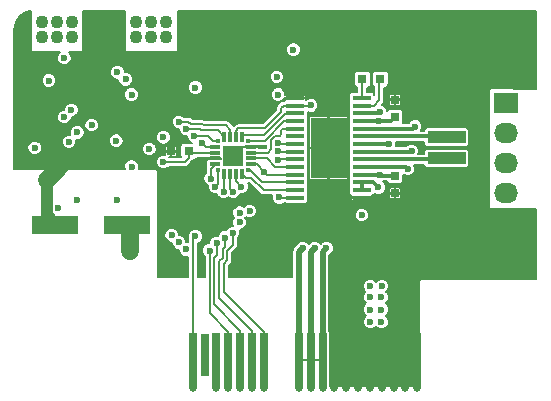
<source format=gbr>
G04 #@! TF.FileFunction,Copper,L4,Bot,Plane*
%FSLAX46Y46*%
G04 Gerber Fmt 4.6, Leading zero omitted, Abs format (unit mm)*
G04 Created by KiCad (PCBNEW 4.0.2+e4-6225~38~ubuntu14.04.1-stable) date Sat 23 Jul 2016 00:32:59 PDT*
%MOMM*%
G01*
G04 APERTURE LIST*
%ADD10C,0.100000*%
%ADD11R,1.550000X0.350000*%
%ADD12R,3.100000X5.180000*%
%ADD13C,0.600000*%
%ADD14R,0.750000X0.800000*%
%ADD15C,0.650240*%
%ADD16R,0.650240X4.599940*%
%ADD17R,0.650240X3.599180*%
%ADD18R,0.800000X0.750000*%
%ADD19R,3.200000X1.000000*%
%ADD20R,2.032000X1.727200*%
%ADD21O,2.032000X1.727200*%
%ADD22R,0.350000X0.350000*%
%ADD23R,0.900000X0.300000*%
%ADD24R,0.300000X0.900000*%
%ADD25R,1.800000X1.800000*%
%ADD26R,4.000500X1.600200*%
%ADD27C,1.100000*%
%ADD28C,1.000000*%
%ADD29C,1.500000*%
%ADD30C,0.200000*%
%ADD31C,0.150000*%
%ADD32C,0.500000*%
%ADD33C,0.300000*%
G04 APERTURE END LIST*
D10*
D11*
X154800000Y-77775000D03*
X154800000Y-78425000D03*
X154800000Y-79075000D03*
X154800000Y-79725000D03*
X154800000Y-80375000D03*
X154800000Y-81025000D03*
X154800000Y-81675000D03*
X154800000Y-82325000D03*
X154800000Y-82975000D03*
X154800000Y-83625000D03*
X154800000Y-84275000D03*
X154800000Y-84925000D03*
X154800000Y-85575000D03*
X154800000Y-86225000D03*
X149200000Y-86225000D03*
X149200000Y-85575000D03*
X149200000Y-84925000D03*
X149200000Y-84275000D03*
X149200000Y-83625000D03*
X149200000Y-82975000D03*
X149200000Y-82325000D03*
X149200000Y-81675000D03*
X149200000Y-81025000D03*
X149200000Y-80375000D03*
X149200000Y-79725000D03*
X149200000Y-79075000D03*
X149200000Y-78425000D03*
X149200000Y-77775000D03*
D12*
X152000000Y-82000000D03*
D13*
X152000000Y-83000000D03*
X152000000Y-81000000D03*
X153000000Y-84000000D03*
X151000000Y-84000000D03*
X153000000Y-82000000D03*
X151000000Y-82000000D03*
X153000000Y-80000000D03*
X151000000Y-80000000D03*
D14*
X157625000Y-84350000D03*
X157625000Y-85850000D03*
D15*
X140500400Y-102301240D03*
D16*
X159499600Y-100000000D03*
X158498840Y-100000000D03*
X157500620Y-100000000D03*
X156499860Y-100000000D03*
X155499100Y-100000000D03*
X154500880Y-100000000D03*
X153500120Y-100000000D03*
X152499360Y-100000000D03*
X151501140Y-100000000D03*
X150500380Y-100000000D03*
X149499620Y-100000000D03*
X144500900Y-100000000D03*
X143500140Y-100000000D03*
X142499380Y-100000000D03*
D17*
X141501160Y-99499620D03*
D16*
X140500400Y-100000000D03*
X146499880Y-100000000D03*
X145499120Y-100000000D03*
D15*
X157500620Y-102301240D03*
X156499860Y-102301240D03*
X155499100Y-102301240D03*
X154500880Y-102301240D03*
X153500120Y-102301240D03*
X152499360Y-102301240D03*
X151501140Y-102301240D03*
X150500380Y-102301240D03*
X149499620Y-102301240D03*
X159499600Y-102301240D03*
X146499880Y-102301240D03*
X145499120Y-102301240D03*
X144500900Y-102301240D03*
X143500140Y-102301240D03*
X142499380Y-102301240D03*
X158498840Y-102301240D03*
D18*
X140175000Y-82300000D03*
X138675000Y-82300000D03*
D14*
X157625000Y-79425000D03*
X157625000Y-77925000D03*
D18*
X156375000Y-76200000D03*
X154875000Y-76200000D03*
D19*
X162000000Y-82900000D03*
X162000000Y-89100000D03*
X162000000Y-81100000D03*
X162000000Y-74900000D03*
D20*
X167000000Y-78190000D03*
D21*
X167000000Y-80730000D03*
X167000000Y-83270000D03*
X167000000Y-85810000D03*
D22*
X142675000Y-83900000D03*
D23*
X142375000Y-83400000D03*
X142375000Y-82900000D03*
X142375000Y-82400000D03*
X142375000Y-81900000D03*
D22*
X142675000Y-81400000D03*
D24*
X143175000Y-81100000D03*
X143675000Y-81100000D03*
X144175000Y-81100000D03*
X144675000Y-81100000D03*
D22*
X145175000Y-81400000D03*
D23*
X145475000Y-81900000D03*
X145475000Y-82400000D03*
X145475000Y-82900000D03*
X145475000Y-83400000D03*
D22*
X145175000Y-83900000D03*
D24*
X144675000Y-84200000D03*
X144175000Y-84200000D03*
X143675000Y-84200000D03*
X143175000Y-84200000D03*
D25*
X143925000Y-82650000D03*
D13*
X143425000Y-83150000D03*
X144425000Y-82150000D03*
D26*
X134975540Y-88500000D03*
X128874460Y-88500000D03*
D27*
X138270000Y-72635000D03*
X138270000Y-71365000D03*
X137000000Y-72635000D03*
X137000000Y-71365000D03*
X135730000Y-72635000D03*
X135730000Y-71365000D03*
X130270000Y-72635000D03*
X130270000Y-71365000D03*
X129000000Y-72635000D03*
X129000000Y-71365000D03*
X127730000Y-72635000D03*
X127730000Y-71365000D03*
D13*
X129525000Y-82700000D03*
X135325000Y-77500000D03*
X140725000Y-76900000D03*
X138025000Y-83200000D03*
X149025000Y-73700000D03*
X151825000Y-90500000D03*
X150825000Y-90500000D03*
X149825000Y-90500000D03*
X142525000Y-90100000D03*
X142425000Y-85300000D03*
X141925000Y-90700000D03*
X142025000Y-84600000D03*
X143925000Y-89200000D03*
X143925000Y-85700000D03*
X143225000Y-89600000D03*
X143125000Y-85700000D03*
X156525000Y-93700000D03*
X155525000Y-93700000D03*
X155525000Y-94650000D03*
X155525000Y-95700000D03*
X155525000Y-96750000D03*
X156475000Y-96750000D03*
X156475000Y-94650000D03*
X156475000Y-95700000D03*
X135225000Y-90700000D03*
X156350000Y-84275000D03*
X156300000Y-79725000D03*
X139325000Y-90000000D03*
X139325000Y-79800000D03*
X139925000Y-90600000D03*
X139925000Y-80400000D03*
X138725000Y-89400000D03*
X141325000Y-81600000D03*
X156225000Y-85350000D03*
X156325000Y-78950000D03*
X147825000Y-86200000D03*
X159325000Y-80200000D03*
X157125000Y-81700000D03*
X159025000Y-82300000D03*
X158725000Y-83800000D03*
X144625000Y-85300000D03*
X154825000Y-87700000D03*
X150525000Y-78400000D03*
X147625000Y-76000000D03*
X146575000Y-84025000D03*
X129625000Y-74400000D03*
X129625000Y-79400000D03*
X138025000Y-81100000D03*
X130025000Y-81500000D03*
X136825000Y-82100000D03*
X134825000Y-76200000D03*
X128325000Y-76300000D03*
X147725000Y-83050000D03*
X135325000Y-83600000D03*
X147725000Y-82300000D03*
X127125000Y-82000000D03*
X147725000Y-77500000D03*
X147725000Y-81550000D03*
X131950000Y-80075000D03*
X140725000Y-89500000D03*
X140625000Y-81000000D03*
X144475000Y-88300000D03*
X129125000Y-87100000D03*
X130225000Y-78800000D03*
X134125000Y-86400000D03*
X145325000Y-87350000D03*
X134125000Y-75600000D03*
X134025000Y-81400000D03*
X144475000Y-87500000D03*
X130700000Y-86375000D03*
X130725000Y-80700000D03*
D28*
X128874460Y-88500000D02*
X128874460Y-88449460D01*
X128874460Y-88449460D02*
X128125000Y-87700000D01*
X128125000Y-87700000D02*
X128125000Y-84700000D01*
D29*
X128125000Y-84700000D02*
X129525000Y-83300000D01*
X129525000Y-83300000D02*
X129525000Y-82700000D01*
D30*
X145475000Y-81900000D02*
X144675000Y-81900000D01*
X144675000Y-81900000D02*
X143925000Y-82650000D01*
D31*
X159499600Y-102301240D02*
X159499600Y-100000000D01*
X158498840Y-102301240D02*
X158498840Y-100000000D01*
X157500620Y-102301240D02*
X157500620Y-100000000D01*
X156499860Y-102301240D02*
X156499860Y-100000000D01*
X155499100Y-102301240D02*
X155499100Y-100000000D01*
X154500880Y-102301240D02*
X154500880Y-100000000D01*
X153500120Y-102301240D02*
X153500120Y-100000000D01*
X152499360Y-102301240D02*
X152499360Y-100000000D01*
D30*
X140175000Y-82300000D02*
X140175000Y-82850000D01*
X139825000Y-83200000D02*
X138025000Y-83200000D01*
X140175000Y-82850000D02*
X139825000Y-83200000D01*
D32*
X151501140Y-100000000D02*
X151501140Y-90823860D01*
X151501140Y-90823860D02*
X151825000Y-90500000D01*
X150500380Y-100000000D02*
X150500380Y-90824620D01*
X150500380Y-90824620D02*
X150825000Y-90500000D01*
X149499620Y-100000000D02*
X149499620Y-90825380D01*
X149499620Y-90825380D02*
X149825000Y-90500000D01*
D30*
X142375000Y-82400000D02*
X140275000Y-82400000D01*
X140275000Y-82400000D02*
X140175000Y-82300000D01*
X149499620Y-100000000D02*
X150500380Y-100000000D01*
X150500380Y-100000000D02*
X151501140Y-100000000D01*
D31*
X151501140Y-102301240D02*
X151501140Y-100000000D01*
X150500380Y-102301240D02*
X150500380Y-100000000D01*
X149499620Y-102301240D02*
X149499620Y-100000000D01*
D30*
X144500900Y-97475900D02*
X142275002Y-95250002D01*
X142275002Y-95250002D02*
X142275002Y-91349998D01*
X142275002Y-91349998D02*
X142525000Y-91100000D01*
X142525000Y-91100000D02*
X142525000Y-90100000D01*
X144500900Y-100000000D02*
X144500900Y-97475900D01*
X142675000Y-85050000D02*
X142425000Y-85300000D01*
X142675000Y-83900000D02*
X142675000Y-85050000D01*
D31*
X144500900Y-102301240D02*
X144500900Y-100000000D01*
D30*
X143500140Y-97575140D02*
X141925000Y-96000000D01*
X141925000Y-96000000D02*
X141925000Y-90700000D01*
D31*
X143500140Y-100000000D02*
X143500140Y-97575140D01*
D30*
X142025000Y-83800000D02*
X142025000Y-84600000D01*
X142375000Y-83450000D02*
X142025000Y-83800000D01*
X142375000Y-83400000D02*
X142375000Y-83450000D01*
D31*
X143500140Y-102301240D02*
X143500140Y-100000000D01*
D30*
X146499880Y-97574880D02*
X143125000Y-94200000D01*
X143125000Y-94200000D02*
X143125000Y-91800000D01*
X143125000Y-91800000D02*
X143425000Y-91500000D01*
X143425000Y-91500000D02*
X143425000Y-90700000D01*
X143425000Y-90700000D02*
X143925000Y-90200000D01*
X143925000Y-90200000D02*
X143925000Y-89200000D01*
X146499880Y-97574880D02*
X146499880Y-100000000D01*
X143675000Y-85450000D02*
X143925000Y-85700000D01*
X143675000Y-85450000D02*
X143675000Y-84200000D01*
D31*
X146499880Y-102301240D02*
X146499880Y-100000000D01*
D30*
X145499120Y-97474120D02*
X142725000Y-94700000D01*
X142725000Y-94700000D02*
X142725000Y-91600000D01*
X142725000Y-91600000D02*
X143025000Y-91300000D01*
X143025000Y-91300000D02*
X143025000Y-90600000D01*
X143025000Y-90600000D02*
X143225000Y-90400000D01*
X143225000Y-90400000D02*
X143225000Y-89600000D01*
X145499120Y-100000000D02*
X145499120Y-97474120D01*
X143175000Y-85650000D02*
X143125000Y-85700000D01*
X143175000Y-85650000D02*
X143175000Y-84200000D01*
D31*
X145499120Y-102301240D02*
X145499120Y-100000000D01*
D29*
X135225000Y-90700000D02*
X135225000Y-88749460D01*
D33*
X156300000Y-79725000D02*
X157325000Y-79725000D01*
X157325000Y-79725000D02*
X157625000Y-79425000D01*
D29*
X135225000Y-88749460D02*
X134975540Y-88500000D01*
D33*
X157625000Y-84350000D02*
X156425000Y-84350000D01*
X156425000Y-84350000D02*
X156350000Y-84275000D01*
X156350000Y-84275000D02*
X154800000Y-84275000D01*
X154800000Y-79725000D02*
X156300000Y-79725000D01*
X154900000Y-79725000D02*
X154925000Y-79750000D01*
D30*
X143675000Y-80450000D02*
X143325000Y-80100000D01*
X143325000Y-80100000D02*
X141425000Y-80100000D01*
X141425000Y-80100000D02*
X141325000Y-80000000D01*
X141325000Y-80000000D02*
X140325000Y-80000000D01*
X140325000Y-80000000D02*
X140125000Y-79800000D01*
X140125000Y-79800000D02*
X139325000Y-79800000D01*
X143675000Y-80450000D02*
X143675000Y-81100000D01*
X141125000Y-80400000D02*
X139925000Y-80400000D01*
X143175000Y-81050000D02*
X142625000Y-80500000D01*
X142625000Y-80500000D02*
X141225000Y-80500000D01*
X141225000Y-80500000D02*
X141125000Y-80400000D01*
X143175000Y-81100000D02*
X143175000Y-81050000D01*
X141625000Y-81900000D02*
X141325000Y-81600000D01*
X142375000Y-81900000D02*
X141625000Y-81900000D01*
D33*
X155800000Y-84925000D02*
X156225000Y-85350000D01*
X155800000Y-84925000D02*
X154800000Y-84925000D01*
X154800000Y-84925000D02*
X154800000Y-85575000D01*
D30*
X154800000Y-78425000D02*
X155850000Y-78425000D01*
X156300000Y-77975000D02*
X156300000Y-76275000D01*
X155850000Y-78425000D02*
X156300000Y-77975000D01*
X156300000Y-76275000D02*
X156375000Y-76200000D01*
X154800000Y-77775000D02*
X154800000Y-76275000D01*
X154800000Y-76275000D02*
X154875000Y-76200000D01*
D33*
X156200000Y-79075000D02*
X156325000Y-78950000D01*
X154800000Y-79075000D02*
X156200000Y-79075000D01*
D30*
X149200000Y-86225000D02*
X147850000Y-86225000D01*
X147850000Y-86225000D02*
X147825000Y-86200000D01*
D33*
X159150000Y-80375000D02*
X159325000Y-80200000D01*
X154800000Y-80375000D02*
X159150000Y-80375000D01*
X157100000Y-81675000D02*
X157125000Y-81700000D01*
X154800000Y-81675000D02*
X157100000Y-81675000D01*
X159000000Y-82325000D02*
X159025000Y-82300000D01*
X154800000Y-82325000D02*
X159000000Y-82325000D01*
X158550000Y-83625000D02*
X158725000Y-83800000D01*
X154800000Y-83625000D02*
X158550000Y-83625000D01*
D30*
X144175000Y-84850000D02*
X144625000Y-85300000D01*
X144175000Y-84200000D02*
X144175000Y-84850000D01*
D33*
X154800000Y-82975000D02*
X161925000Y-82975000D01*
X161925000Y-82975000D02*
X162000000Y-82900000D01*
D30*
X150500000Y-78425000D02*
X150525000Y-78400000D01*
X149200000Y-78425000D02*
X150500000Y-78425000D01*
X144175000Y-81100000D02*
X144175000Y-80550000D01*
X148200000Y-78425000D02*
X149200000Y-78425000D01*
X148000000Y-78625000D02*
X148200000Y-78425000D01*
X148000000Y-78980022D02*
X148000000Y-78625000D01*
X146630022Y-80350000D02*
X148000000Y-78980022D01*
X144375000Y-80350000D02*
X146630022Y-80350000D01*
X144175000Y-80550000D02*
X144375000Y-80350000D01*
D33*
X154800000Y-81025000D02*
X161925000Y-81025000D01*
X161925000Y-81025000D02*
X162000000Y-81100000D01*
D30*
X149200000Y-84275000D02*
X146825000Y-84275000D01*
X145950000Y-83400000D02*
X146575000Y-84025000D01*
X145950000Y-83400000D02*
X145475000Y-83400000D01*
X146825000Y-84275000D02*
X146575000Y-84025000D01*
X149200000Y-85575000D02*
X146500000Y-85575000D01*
X145000000Y-84525000D02*
X144675000Y-84200000D01*
X145450000Y-84525000D02*
X145000000Y-84525000D01*
X146500000Y-85575000D02*
X145450000Y-84525000D01*
X145475000Y-82900000D02*
X146750000Y-82900000D01*
X147475000Y-83625000D02*
X149200000Y-83625000D01*
X146750000Y-82900000D02*
X147475000Y-83625000D01*
X145475000Y-82400000D02*
X146875000Y-82400000D01*
X148150000Y-80375000D02*
X149200000Y-80375000D01*
X148000000Y-80525000D02*
X148150000Y-80375000D01*
X148000000Y-80825000D02*
X148000000Y-80525000D01*
X147850000Y-80975000D02*
X148000000Y-80825000D01*
X147500000Y-80975000D02*
X147850000Y-80975000D01*
X147150000Y-81325000D02*
X147500000Y-80975000D01*
X147150000Y-82125000D02*
X147150000Y-81325000D01*
X146875000Y-82400000D02*
X147150000Y-82125000D01*
X145175000Y-81400000D02*
X146580022Y-81400000D01*
X148255022Y-79725000D02*
X149200000Y-79725000D01*
X146580022Y-81400000D02*
X148255022Y-79725000D01*
X145175000Y-83900000D02*
X145350000Y-83900000D01*
X145350000Y-83900000D02*
X146375000Y-84925000D01*
X146375000Y-84925000D02*
X149200000Y-84925000D01*
X149200000Y-79075000D02*
X148400000Y-79075000D01*
X146525000Y-80950000D02*
X144825000Y-80950000D01*
X148400000Y-79075000D02*
X146525000Y-80950000D01*
X144825000Y-80950000D02*
X144675000Y-81100000D01*
X147800000Y-82975000D02*
X147725000Y-83050000D01*
X149200000Y-82975000D02*
X147800000Y-82975000D01*
X149200000Y-82325000D02*
X147750000Y-82325000D01*
X147750000Y-82325000D02*
X147725000Y-82300000D01*
X149200000Y-81675000D02*
X147850000Y-81675000D01*
X147850000Y-81675000D02*
X147725000Y-81550000D01*
X140500400Y-89724600D02*
X140725000Y-89500000D01*
X140500400Y-89724600D02*
X140500400Y-100000000D01*
X142225000Y-81400000D02*
X141825000Y-81000000D01*
X142675000Y-81400000D02*
X142225000Y-81400000D01*
X141825000Y-81000000D02*
X140625000Y-81000000D01*
D31*
X140500400Y-102301240D02*
X140500400Y-100000000D01*
X142499380Y-102301240D02*
X142499380Y-100000000D01*
D30*
G36*
X134775000Y-73800000D02*
X134781839Y-73836346D01*
X134803319Y-73869727D01*
X134836094Y-73892121D01*
X134875000Y-73900000D01*
X139125000Y-73900000D01*
X139161346Y-73893161D01*
X139194727Y-73871681D01*
X139217121Y-73838906D01*
X139220385Y-73822785D01*
X148404892Y-73822785D01*
X148499083Y-74050743D01*
X148673339Y-74225304D01*
X148901133Y-74319893D01*
X149147785Y-74320108D01*
X149375743Y-74225917D01*
X149550304Y-74051661D01*
X149644893Y-73823867D01*
X149645108Y-73577215D01*
X149550917Y-73349257D01*
X149376661Y-73174696D01*
X149148867Y-73080107D01*
X148902215Y-73079892D01*
X148674257Y-73174083D01*
X148499696Y-73348339D01*
X148405107Y-73576133D01*
X148404892Y-73822785D01*
X139220385Y-73822785D01*
X139225000Y-73800000D01*
X139225000Y-70395000D01*
X169561098Y-70395000D01*
X169597716Y-70402284D01*
X169605000Y-70438903D01*
X169605000Y-76979843D01*
X165725769Y-76950003D01*
X165686804Y-76957582D01*
X165653858Y-76979724D01*
X165632121Y-77012939D01*
X165625000Y-77050000D01*
X165625000Y-87100000D01*
X165632879Y-87138906D01*
X165655273Y-87171681D01*
X165688654Y-87193161D01*
X165725000Y-87200000D01*
X169605000Y-87200000D01*
X169605000Y-93061097D01*
X169597716Y-93097716D01*
X169586234Y-93100000D01*
X159800000Y-93100000D01*
X159761094Y-93107879D01*
X159728319Y-93130273D01*
X159706839Y-93163654D01*
X159700000Y-93200000D01*
X159700000Y-102200000D01*
X152152529Y-102200000D01*
X152152529Y-97700030D01*
X152130216Y-97581445D01*
X152071140Y-97489639D01*
X152071140Y-93822785D01*
X154904892Y-93822785D01*
X154999083Y-94050743D01*
X155123187Y-94175064D01*
X154999696Y-94298339D01*
X154905107Y-94526133D01*
X154904892Y-94772785D01*
X154999083Y-95000743D01*
X155173187Y-95175151D01*
X154999696Y-95348339D01*
X154905107Y-95576133D01*
X154904892Y-95822785D01*
X154999083Y-96050743D01*
X155173187Y-96225151D01*
X154999696Y-96398339D01*
X154905107Y-96626133D01*
X154904892Y-96872785D01*
X154999083Y-97100743D01*
X155173339Y-97275304D01*
X155401133Y-97369893D01*
X155647785Y-97370108D01*
X155875743Y-97275917D01*
X156000064Y-97151813D01*
X156123339Y-97275304D01*
X156351133Y-97369893D01*
X156597785Y-97370108D01*
X156825743Y-97275917D01*
X157000304Y-97101661D01*
X157094893Y-96873867D01*
X157095108Y-96627215D01*
X157000917Y-96399257D01*
X156826813Y-96224849D01*
X157000304Y-96051661D01*
X157094893Y-95823867D01*
X157095108Y-95577215D01*
X157000917Y-95349257D01*
X156826813Y-95174849D01*
X157000304Y-95001661D01*
X157094893Y-94773867D01*
X157095108Y-94527215D01*
X157000917Y-94299257D01*
X156901770Y-94199936D01*
X157050304Y-94051661D01*
X157144893Y-93823867D01*
X157145108Y-93577215D01*
X157050917Y-93349257D01*
X156876661Y-93174696D01*
X156648867Y-93080107D01*
X156402215Y-93079892D01*
X156174257Y-93174083D01*
X156024892Y-93323187D01*
X155876661Y-93174696D01*
X155648867Y-93080107D01*
X155402215Y-93079892D01*
X155174257Y-93174083D01*
X154999696Y-93348339D01*
X154905107Y-93576133D01*
X154904892Y-93822785D01*
X152071140Y-93822785D01*
X152071140Y-91069138D01*
X152175743Y-91025917D01*
X152350304Y-90851661D01*
X152444893Y-90623867D01*
X152445108Y-90377215D01*
X152350917Y-90149257D01*
X152176661Y-89974696D01*
X151948867Y-89880107D01*
X151702215Y-89879892D01*
X151474257Y-89974083D01*
X151324892Y-90123187D01*
X151176661Y-89974696D01*
X150948867Y-89880107D01*
X150702215Y-89879892D01*
X150474257Y-89974083D01*
X150324892Y-90123187D01*
X150176661Y-89974696D01*
X149948867Y-89880107D01*
X149702215Y-89879892D01*
X149474257Y-89974083D01*
X149299696Y-90148339D01*
X149249376Y-90269522D01*
X149096569Y-90422329D01*
X148973009Y-90607250D01*
X148929620Y-90825380D01*
X148929620Y-92900000D01*
X143545000Y-92900000D01*
X143545000Y-91973970D01*
X143721985Y-91796985D01*
X143813029Y-91660727D01*
X143845000Y-91500000D01*
X143845000Y-90873970D01*
X144221985Y-90496985D01*
X144313029Y-90360727D01*
X144345000Y-90200000D01*
X144345000Y-89656781D01*
X144450304Y-89551661D01*
X144544893Y-89323867D01*
X144545044Y-89150000D01*
X160300000Y-89150000D01*
X160300000Y-89619891D01*
X160315224Y-89656645D01*
X160343354Y-89684776D01*
X160380109Y-89700000D01*
X161950000Y-89700000D01*
X161975000Y-89675000D01*
X161975000Y-89125000D01*
X162025000Y-89125000D01*
X162025000Y-89675000D01*
X162050000Y-89700000D01*
X163619891Y-89700000D01*
X163656646Y-89684776D01*
X163684776Y-89656645D01*
X163700000Y-89619891D01*
X163700000Y-89150000D01*
X163675000Y-89125000D01*
X162025000Y-89125000D01*
X161975000Y-89125000D01*
X160325000Y-89125000D01*
X160300000Y-89150000D01*
X144545044Y-89150000D01*
X144545108Y-89077215D01*
X144480150Y-88920005D01*
X144597785Y-88920108D01*
X144825743Y-88825917D01*
X145000304Y-88651661D01*
X145030015Y-88580109D01*
X160300000Y-88580109D01*
X160300000Y-89050000D01*
X160325000Y-89075000D01*
X161975000Y-89075000D01*
X161975000Y-88525000D01*
X162025000Y-88525000D01*
X162025000Y-89075000D01*
X163675000Y-89075000D01*
X163700000Y-89050000D01*
X163700000Y-88580109D01*
X163684776Y-88543355D01*
X163656646Y-88515224D01*
X163619891Y-88500000D01*
X162050000Y-88500000D01*
X162025000Y-88525000D01*
X161975000Y-88525000D01*
X161950000Y-88500000D01*
X160380109Y-88500000D01*
X160343354Y-88515224D01*
X160315224Y-88543355D01*
X160300000Y-88580109D01*
X145030015Y-88580109D01*
X145094893Y-88423867D01*
X145095108Y-88177215D01*
X145000917Y-87949257D01*
X144951813Y-87900067D01*
X144975656Y-87876266D01*
X145201133Y-87969893D01*
X145447785Y-87970108D01*
X145675743Y-87875917D01*
X145728967Y-87822785D01*
X154204892Y-87822785D01*
X154299083Y-88050743D01*
X154473339Y-88225304D01*
X154701133Y-88319893D01*
X154947785Y-88320108D01*
X155175743Y-88225917D01*
X155350304Y-88051661D01*
X155444893Y-87823867D01*
X155445108Y-87577215D01*
X155350917Y-87349257D01*
X155176661Y-87174696D01*
X154948867Y-87080107D01*
X154702215Y-87079892D01*
X154474257Y-87174083D01*
X154299696Y-87348339D01*
X154205107Y-87576133D01*
X154204892Y-87822785D01*
X145728967Y-87822785D01*
X145850304Y-87701661D01*
X145944893Y-87473867D01*
X145945108Y-87227215D01*
X145850917Y-86999257D01*
X145676661Y-86824696D01*
X145448867Y-86730107D01*
X145202215Y-86729892D01*
X144974257Y-86824083D01*
X144824344Y-86973734D01*
X144598867Y-86880107D01*
X144352215Y-86879892D01*
X144124257Y-86974083D01*
X143949696Y-87148339D01*
X143855107Y-87376133D01*
X143854892Y-87622785D01*
X143949083Y-87850743D01*
X143998187Y-87899933D01*
X143949696Y-87948339D01*
X143855107Y-88176133D01*
X143854892Y-88422785D01*
X143919850Y-88579995D01*
X143802215Y-88579892D01*
X143574257Y-88674083D01*
X143399696Y-88848339D01*
X143344982Y-88980104D01*
X143102215Y-88979892D01*
X142874257Y-89074083D01*
X142699696Y-89248339D01*
X142605107Y-89476133D01*
X142605104Y-89480069D01*
X142402215Y-89479892D01*
X142174257Y-89574083D01*
X141999696Y-89748339D01*
X141905107Y-89976133D01*
X141905016Y-90079982D01*
X141802215Y-90079892D01*
X141574257Y-90174083D01*
X141399696Y-90348339D01*
X141305107Y-90576133D01*
X141304892Y-90822785D01*
X141399083Y-91050743D01*
X141505000Y-91156845D01*
X141505000Y-92900000D01*
X140920400Y-92900000D01*
X140920400Y-90090104D01*
X141075743Y-90025917D01*
X141250304Y-89851661D01*
X141344893Y-89623867D01*
X141345108Y-89377215D01*
X141250917Y-89149257D01*
X141076661Y-88974696D01*
X140848867Y-88880107D01*
X140602215Y-88879892D01*
X140374257Y-88974083D01*
X140199696Y-89148339D01*
X140105107Y-89376133D01*
X140104911Y-89601378D01*
X140080400Y-89724600D01*
X140080400Y-89993201D01*
X140048867Y-89980107D01*
X139945018Y-89980016D01*
X139945108Y-89877215D01*
X139850917Y-89649257D01*
X139676661Y-89474696D01*
X139448867Y-89380107D01*
X139345018Y-89380016D01*
X139345108Y-89277215D01*
X139250917Y-89049257D01*
X139076661Y-88874696D01*
X138848867Y-88780107D01*
X138602215Y-88779892D01*
X138374257Y-88874083D01*
X138199696Y-89048339D01*
X138105107Y-89276133D01*
X138104892Y-89522785D01*
X138199083Y-89750743D01*
X138373339Y-89925304D01*
X138601133Y-90019893D01*
X138704982Y-90019984D01*
X138704892Y-90122785D01*
X138799083Y-90350743D01*
X138973339Y-90525304D01*
X139201133Y-90619893D01*
X139304982Y-90619984D01*
X139304892Y-90722785D01*
X139399083Y-90950743D01*
X139573339Y-91125304D01*
X139801133Y-91219893D01*
X140047785Y-91220108D01*
X140080400Y-91206632D01*
X140080400Y-92900000D01*
X137525000Y-92900000D01*
X137525000Y-83900000D01*
X137517121Y-83861094D01*
X137494727Y-83828319D01*
X137461346Y-83806839D01*
X137425000Y-83800000D01*
X135913280Y-83800000D01*
X135944893Y-83723867D01*
X135945108Y-83477215D01*
X135881299Y-83322785D01*
X137404892Y-83322785D01*
X137499083Y-83550743D01*
X137673339Y-83725304D01*
X137901133Y-83819893D01*
X138147785Y-83820108D01*
X138375743Y-83725917D01*
X138481845Y-83620000D01*
X139825000Y-83620000D01*
X139985727Y-83588029D01*
X140121985Y-83496985D01*
X140471985Y-83146985D01*
X140563029Y-83010727D01*
X140564910Y-83001269D01*
X140575000Y-83001269D01*
X140693585Y-82978956D01*
X140802498Y-82908872D01*
X140863222Y-82820000D01*
X141753331Y-82820000D01*
X141798063Y-82850564D01*
X141832547Y-82857547D01*
X141850000Y-82875000D01*
X141918733Y-82875000D01*
X141925000Y-82876269D01*
X142825000Y-82876269D01*
X142831744Y-82875000D01*
X142900000Y-82875000D01*
X142915820Y-82859180D01*
X142925000Y-82857453D01*
X142925000Y-82943981D01*
X142917453Y-82942453D01*
X142900000Y-82925000D01*
X142831267Y-82925000D01*
X142825000Y-82923731D01*
X141925000Y-82923731D01*
X141918256Y-82925000D01*
X141850000Y-82925000D01*
X141834180Y-82940820D01*
X141806415Y-82946044D01*
X141697502Y-83016128D01*
X141624436Y-83123063D01*
X141598731Y-83250000D01*
X141598731Y-83550000D01*
X141621044Y-83668585D01*
X141628756Y-83680570D01*
X141605000Y-83800000D01*
X141605000Y-84143219D01*
X141499696Y-84248339D01*
X141405107Y-84476133D01*
X141404892Y-84722785D01*
X141499083Y-84950743D01*
X141673339Y-85125304D01*
X141805104Y-85180018D01*
X141804892Y-85422785D01*
X141899083Y-85650743D01*
X142073339Y-85825304D01*
X142301133Y-85919893D01*
X142545104Y-85920106D01*
X142599083Y-86050743D01*
X142773339Y-86225304D01*
X143001133Y-86319893D01*
X143247785Y-86320108D01*
X143475743Y-86225917D01*
X143524933Y-86176813D01*
X143573339Y-86225304D01*
X143801133Y-86319893D01*
X144047785Y-86320108D01*
X144275743Y-86225917D01*
X144450304Y-86051661D01*
X144505018Y-85919896D01*
X144747785Y-85920108D01*
X144975743Y-85825917D01*
X145150304Y-85651661D01*
X145244893Y-85423867D01*
X145245108Y-85177215D01*
X145150917Y-84949257D01*
X145146667Y-84945000D01*
X145276030Y-84945000D01*
X146203015Y-85871985D01*
X146339273Y-85963029D01*
X146500000Y-85995000D01*
X147238797Y-85995000D01*
X147205107Y-86076133D01*
X147204892Y-86322785D01*
X147299083Y-86550743D01*
X147473339Y-86725304D01*
X147701133Y-86819893D01*
X147947785Y-86820108D01*
X148175743Y-86725917D01*
X148240524Y-86661249D01*
X148298063Y-86700564D01*
X148425000Y-86726269D01*
X149975000Y-86726269D01*
X150093585Y-86703956D01*
X150202498Y-86633872D01*
X150275564Y-86526937D01*
X150301269Y-86400000D01*
X150301269Y-86275000D01*
X153925000Y-86275000D01*
X153925000Y-86419891D01*
X153940224Y-86456646D01*
X153968355Y-86484776D01*
X154005109Y-86500000D01*
X154750000Y-86500000D01*
X154775000Y-86475000D01*
X154775000Y-86250000D01*
X154825000Y-86250000D01*
X154825000Y-86475000D01*
X154850000Y-86500000D01*
X155594891Y-86500000D01*
X155631645Y-86484776D01*
X155659776Y-86456646D01*
X155675000Y-86419891D01*
X155675000Y-86275000D01*
X155650000Y-86250000D01*
X154825000Y-86250000D01*
X154775000Y-86250000D01*
X153950000Y-86250000D01*
X153925000Y-86275000D01*
X150301269Y-86275000D01*
X150301269Y-86050000D01*
X150278956Y-85931415D01*
X150259257Y-85900803D01*
X150275564Y-85876937D01*
X150301269Y-85750000D01*
X150301269Y-85400000D01*
X150278956Y-85281415D01*
X150259257Y-85250803D01*
X150275564Y-85226937D01*
X150301269Y-85100000D01*
X150301269Y-84750000D01*
X150278956Y-84631415D01*
X150259257Y-84600803D01*
X150275564Y-84576937D01*
X150301269Y-84450000D01*
X150301269Y-84100000D01*
X150278956Y-83981415D01*
X150259257Y-83950803D01*
X150275564Y-83926937D01*
X150301269Y-83800000D01*
X150301269Y-83450000D01*
X150278956Y-83331415D01*
X150259257Y-83300803D01*
X150275564Y-83276937D01*
X150301269Y-83150000D01*
X150301269Y-82800000D01*
X150278956Y-82681415D01*
X150259257Y-82650803D01*
X150275564Y-82626937D01*
X150301269Y-82500000D01*
X150301269Y-82150000D01*
X150278956Y-82031415D01*
X150259257Y-82000803D01*
X150275564Y-81976937D01*
X150301269Y-81850000D01*
X150301269Y-81500000D01*
X150278956Y-81381415D01*
X150259257Y-81350803D01*
X150275564Y-81326937D01*
X150301269Y-81200000D01*
X150301269Y-80850000D01*
X150278956Y-80731415D01*
X150259257Y-80700803D01*
X150275564Y-80676937D01*
X150301269Y-80550000D01*
X150301269Y-80200000D01*
X150278956Y-80081415D01*
X150259257Y-80050803D01*
X150275564Y-80026937D01*
X150301269Y-79900000D01*
X150301269Y-79550000D01*
X150278956Y-79431415D01*
X150259257Y-79400803D01*
X150266563Y-79390109D01*
X150350000Y-79390109D01*
X150350000Y-81950000D01*
X150375000Y-81975000D01*
X150599352Y-81975000D01*
X150600455Y-82025000D01*
X150375000Y-82025000D01*
X150350000Y-82050000D01*
X150350000Y-84609891D01*
X150365224Y-84646646D01*
X150393355Y-84674776D01*
X150430109Y-84690000D01*
X151950000Y-84690000D01*
X151975000Y-84665000D01*
X151975000Y-83400648D01*
X152025000Y-83399545D01*
X152025000Y-84665000D01*
X152050000Y-84690000D01*
X153569891Y-84690000D01*
X153606645Y-84674776D01*
X153634776Y-84646646D01*
X153650000Y-84609891D01*
X153650000Y-82050000D01*
X153625000Y-82025000D01*
X153400648Y-82025000D01*
X153399545Y-81975000D01*
X153625000Y-81975000D01*
X153650000Y-81950000D01*
X153650000Y-79390109D01*
X153634776Y-79353354D01*
X153606645Y-79325224D01*
X153569891Y-79310000D01*
X152050000Y-79310000D01*
X152025000Y-79335000D01*
X152025000Y-80599352D01*
X151975000Y-80600455D01*
X151975000Y-79335000D01*
X151950000Y-79310000D01*
X150430109Y-79310000D01*
X150393355Y-79325224D01*
X150365224Y-79353354D01*
X150350000Y-79390109D01*
X150266563Y-79390109D01*
X150275564Y-79376937D01*
X150301269Y-79250000D01*
X150301269Y-78978426D01*
X150401133Y-79019893D01*
X150647785Y-79020108D01*
X150875743Y-78925917D01*
X151050304Y-78751661D01*
X151144893Y-78523867D01*
X151145108Y-78277215D01*
X151050917Y-78049257D01*
X150876661Y-77874696D01*
X150648867Y-77780107D01*
X150402215Y-77779892D01*
X150174257Y-77874083D01*
X150099306Y-77948903D01*
X150075000Y-77943981D01*
X150075000Y-77825000D01*
X150050000Y-77800000D01*
X149225000Y-77800000D01*
X149225000Y-77820000D01*
X149175000Y-77820000D01*
X149175000Y-77800000D01*
X148350000Y-77800000D01*
X148325000Y-77825000D01*
X148325000Y-77942547D01*
X148306415Y-77946044D01*
X148214795Y-78005000D01*
X148200000Y-78005000D01*
X148058011Y-78033244D01*
X148075743Y-78025917D01*
X148250304Y-77851661D01*
X148325000Y-77671774D01*
X148325000Y-77725000D01*
X148350000Y-77750000D01*
X149175000Y-77750000D01*
X149175000Y-77525000D01*
X149225000Y-77525000D01*
X149225000Y-77750000D01*
X150050000Y-77750000D01*
X150075000Y-77725000D01*
X150075000Y-77600000D01*
X153698731Y-77600000D01*
X153698731Y-77950000D01*
X153721044Y-78068585D01*
X153740743Y-78099197D01*
X153724436Y-78123063D01*
X153698731Y-78250000D01*
X153698731Y-78600000D01*
X153721044Y-78718585D01*
X153740743Y-78749197D01*
X153724436Y-78773063D01*
X153698731Y-78900000D01*
X153698731Y-79250000D01*
X153721044Y-79368585D01*
X153740743Y-79399197D01*
X153724436Y-79423063D01*
X153698731Y-79550000D01*
X153698731Y-79900000D01*
X153721044Y-80018585D01*
X153740743Y-80049197D01*
X153724436Y-80073063D01*
X153698731Y-80200000D01*
X153698731Y-80550000D01*
X153721044Y-80668585D01*
X153740743Y-80699197D01*
X153724436Y-80723063D01*
X153698731Y-80850000D01*
X153698731Y-81200000D01*
X153721044Y-81318585D01*
X153740743Y-81349197D01*
X153724436Y-81373063D01*
X153698731Y-81500000D01*
X153698731Y-81850000D01*
X153721044Y-81968585D01*
X153740743Y-81999197D01*
X153724436Y-82023063D01*
X153698731Y-82150000D01*
X153698731Y-82500000D01*
X153721044Y-82618585D01*
X153740743Y-82649197D01*
X153724436Y-82673063D01*
X153698731Y-82800000D01*
X153698731Y-83150000D01*
X153721044Y-83268585D01*
X153740743Y-83299197D01*
X153724436Y-83323063D01*
X153698731Y-83450000D01*
X153698731Y-83800000D01*
X153721044Y-83918585D01*
X153740743Y-83949197D01*
X153724436Y-83973063D01*
X153698731Y-84100000D01*
X153698731Y-84450000D01*
X153721044Y-84568585D01*
X153740743Y-84599197D01*
X153724436Y-84623063D01*
X153698731Y-84750000D01*
X153698731Y-85100000D01*
X153721044Y-85218585D01*
X153740743Y-85249197D01*
X153724436Y-85273063D01*
X153698731Y-85400000D01*
X153698731Y-85750000D01*
X153721044Y-85868585D01*
X153791128Y-85977498D01*
X153898063Y-86050564D01*
X153925000Y-86056019D01*
X153925000Y-86175000D01*
X153950000Y-86200000D01*
X154775000Y-86200000D01*
X154775000Y-86180000D01*
X154825000Y-86180000D01*
X154825000Y-86200000D01*
X155650000Y-86200000D01*
X155675000Y-86175000D01*
X155675000Y-86057453D01*
X155693585Y-86053956D01*
X155802498Y-85983872D01*
X155875564Y-85876937D01*
X155875696Y-85876283D01*
X156101133Y-85969893D01*
X156347785Y-85970108D01*
X156517458Y-85900000D01*
X157150000Y-85900000D01*
X157150000Y-86269891D01*
X157165224Y-86306645D01*
X157193354Y-86334776D01*
X157230109Y-86350000D01*
X157575000Y-86350000D01*
X157600000Y-86325000D01*
X157600000Y-85875000D01*
X157650000Y-85875000D01*
X157650000Y-86325000D01*
X157675000Y-86350000D01*
X158019891Y-86350000D01*
X158056646Y-86334776D01*
X158084776Y-86306645D01*
X158100000Y-86269891D01*
X158100000Y-85900000D01*
X158075000Y-85875000D01*
X157650000Y-85875000D01*
X157600000Y-85875000D01*
X157175000Y-85875000D01*
X157150000Y-85900000D01*
X156517458Y-85900000D01*
X156575743Y-85875917D01*
X156750304Y-85701661D01*
X156844893Y-85473867D01*
X156844931Y-85430109D01*
X157150000Y-85430109D01*
X157150000Y-85800000D01*
X157175000Y-85825000D01*
X157600000Y-85825000D01*
X157600000Y-85375000D01*
X157650000Y-85375000D01*
X157650000Y-85825000D01*
X158075000Y-85825000D01*
X158100000Y-85800000D01*
X158100000Y-85430109D01*
X158084776Y-85393355D01*
X158056646Y-85365224D01*
X158019891Y-85350000D01*
X157675000Y-85350000D01*
X157650000Y-85375000D01*
X157600000Y-85375000D01*
X157575000Y-85350000D01*
X157230109Y-85350000D01*
X157193354Y-85365224D01*
X157165224Y-85393355D01*
X157150000Y-85430109D01*
X156844931Y-85430109D01*
X156845108Y-85227215D01*
X156750917Y-84999257D01*
X156596090Y-84844159D01*
X156654559Y-84820000D01*
X156936902Y-84820000D01*
X156946044Y-84868585D01*
X157016128Y-84977498D01*
X157123063Y-85050564D01*
X157250000Y-85076269D01*
X158000000Y-85076269D01*
X158118585Y-85053956D01*
X158227498Y-84983872D01*
X158300564Y-84876937D01*
X158326269Y-84750000D01*
X158326269Y-84278152D01*
X158373339Y-84325304D01*
X158601133Y-84419893D01*
X158847785Y-84420108D01*
X159075743Y-84325917D01*
X159250304Y-84151661D01*
X159344893Y-83923867D01*
X159345108Y-83677215D01*
X159250917Y-83449257D01*
X159246667Y-83445000D01*
X160082198Y-83445000D01*
X160096044Y-83518585D01*
X160166128Y-83627498D01*
X160273063Y-83700564D01*
X160400000Y-83726269D01*
X163600000Y-83726269D01*
X163718585Y-83703956D01*
X163827498Y-83633872D01*
X163900564Y-83526937D01*
X163926269Y-83400000D01*
X163926269Y-82400000D01*
X163903956Y-82281415D01*
X163833872Y-82172502D01*
X163726937Y-82099436D01*
X163600000Y-82073731D01*
X160400000Y-82073731D01*
X160281415Y-82096044D01*
X160172502Y-82166128D01*
X160099436Y-82273063D01*
X160073731Y-82400000D01*
X160073731Y-82505000D01*
X159611203Y-82505000D01*
X159644893Y-82423867D01*
X159645108Y-82177215D01*
X159550917Y-81949257D01*
X159376661Y-81774696D01*
X159148867Y-81680107D01*
X158902215Y-81679892D01*
X158674257Y-81774083D01*
X158593198Y-81855000D01*
X157731965Y-81855000D01*
X157744893Y-81823867D01*
X157745108Y-81577215D01*
X157711137Y-81495000D01*
X160073731Y-81495000D01*
X160073731Y-81600000D01*
X160096044Y-81718585D01*
X160166128Y-81827498D01*
X160273063Y-81900564D01*
X160400000Y-81926269D01*
X163600000Y-81926269D01*
X163718585Y-81903956D01*
X163827498Y-81833872D01*
X163900564Y-81726937D01*
X163926269Y-81600000D01*
X163926269Y-80600000D01*
X163903956Y-80481415D01*
X163833872Y-80372502D01*
X163726937Y-80299436D01*
X163600000Y-80273731D01*
X160400000Y-80273731D01*
X160281415Y-80296044D01*
X160172502Y-80366128D01*
X160099436Y-80473063D01*
X160082844Y-80555000D01*
X159846959Y-80555000D01*
X159850304Y-80551661D01*
X159944893Y-80323867D01*
X159945108Y-80077215D01*
X159850917Y-79849257D01*
X159676661Y-79674696D01*
X159448867Y-79580107D01*
X159202215Y-79579892D01*
X158974257Y-79674083D01*
X158799696Y-79848339D01*
X158776168Y-79905000D01*
X158310069Y-79905000D01*
X158326269Y-79825000D01*
X158326269Y-79025000D01*
X158303956Y-78906415D01*
X158233872Y-78797502D01*
X158126937Y-78724436D01*
X158000000Y-78698731D01*
X157250000Y-78698731D01*
X157131415Y-78721044D01*
X157022502Y-78791128D01*
X156949436Y-78898063D01*
X156945027Y-78919834D01*
X156945108Y-78827215D01*
X156850917Y-78599257D01*
X156676661Y-78424696D01*
X156512458Y-78356512D01*
X156596985Y-78271985D01*
X156688029Y-78135727D01*
X156720000Y-77975000D01*
X157150000Y-77975000D01*
X157150000Y-78344891D01*
X157165224Y-78381645D01*
X157193354Y-78409776D01*
X157230109Y-78425000D01*
X157575000Y-78425000D01*
X157600000Y-78400000D01*
X157600000Y-77950000D01*
X157650000Y-77950000D01*
X157650000Y-78400000D01*
X157675000Y-78425000D01*
X158019891Y-78425000D01*
X158056646Y-78409776D01*
X158084776Y-78381645D01*
X158100000Y-78344891D01*
X158100000Y-77975000D01*
X158075000Y-77950000D01*
X157650000Y-77950000D01*
X157600000Y-77950000D01*
X157175000Y-77950000D01*
X157150000Y-77975000D01*
X156720000Y-77975000D01*
X156720000Y-77505109D01*
X157150000Y-77505109D01*
X157150000Y-77875000D01*
X157175000Y-77900000D01*
X157600000Y-77900000D01*
X157600000Y-77450000D01*
X157650000Y-77450000D01*
X157650000Y-77900000D01*
X158075000Y-77900000D01*
X158100000Y-77875000D01*
X158100000Y-77505109D01*
X158084776Y-77468355D01*
X158056646Y-77440224D01*
X158019891Y-77425000D01*
X157675000Y-77425000D01*
X157650000Y-77450000D01*
X157600000Y-77450000D01*
X157575000Y-77425000D01*
X157230109Y-77425000D01*
X157193354Y-77440224D01*
X157165224Y-77468355D01*
X157150000Y-77505109D01*
X156720000Y-77505109D01*
X156720000Y-76901269D01*
X156775000Y-76901269D01*
X156893585Y-76878956D01*
X157002498Y-76808872D01*
X157075564Y-76701937D01*
X157101269Y-76575000D01*
X157101269Y-75825000D01*
X157078956Y-75706415D01*
X157008872Y-75597502D01*
X156901937Y-75524436D01*
X156775000Y-75498731D01*
X155975000Y-75498731D01*
X155856415Y-75521044D01*
X155747502Y-75591128D01*
X155674436Y-75698063D01*
X155648731Y-75825000D01*
X155648731Y-76575000D01*
X155671044Y-76693585D01*
X155741128Y-76802498D01*
X155848063Y-76875564D01*
X155880000Y-76882031D01*
X155880000Y-77486963D01*
X155878956Y-77481415D01*
X155808872Y-77372502D01*
X155701937Y-77299436D01*
X155575000Y-77273731D01*
X155220000Y-77273731D01*
X155220000Y-76901269D01*
X155275000Y-76901269D01*
X155393585Y-76878956D01*
X155502498Y-76808872D01*
X155575564Y-76701937D01*
X155601269Y-76575000D01*
X155601269Y-75825000D01*
X155578956Y-75706415D01*
X155508872Y-75597502D01*
X155401937Y-75524436D01*
X155275000Y-75498731D01*
X154475000Y-75498731D01*
X154356415Y-75521044D01*
X154247502Y-75591128D01*
X154174436Y-75698063D01*
X154148731Y-75825000D01*
X154148731Y-76575000D01*
X154171044Y-76693585D01*
X154241128Y-76802498D01*
X154348063Y-76875564D01*
X154380000Y-76882031D01*
X154380000Y-77273731D01*
X154025000Y-77273731D01*
X153906415Y-77296044D01*
X153797502Y-77366128D01*
X153724436Y-77473063D01*
X153698731Y-77600000D01*
X150075000Y-77600000D01*
X150075000Y-77580109D01*
X150059776Y-77543354D01*
X150031645Y-77515224D01*
X149994891Y-77500000D01*
X149250000Y-77500000D01*
X149225000Y-77525000D01*
X149175000Y-77525000D01*
X149150000Y-77500000D01*
X148405109Y-77500000D01*
X148368355Y-77515224D01*
X148344967Y-77538611D01*
X148345108Y-77377215D01*
X148250917Y-77149257D01*
X148076661Y-76974696D01*
X147848867Y-76880107D01*
X147602215Y-76879892D01*
X147374257Y-76974083D01*
X147199696Y-77148339D01*
X147105107Y-77376133D01*
X147104892Y-77622785D01*
X147199083Y-77850743D01*
X147373339Y-78025304D01*
X147601133Y-78119893D01*
X147847785Y-78120108D01*
X148023526Y-78047493D01*
X147903015Y-78128015D01*
X147703015Y-78328015D01*
X147611971Y-78464273D01*
X147580000Y-78625000D01*
X147580000Y-78806052D01*
X146456052Y-79930000D01*
X144375000Y-79930000D01*
X144214273Y-79961971D01*
X144078015Y-80053015D01*
X143974400Y-80156630D01*
X143971985Y-80153015D01*
X143621985Y-79803015D01*
X143485727Y-79711971D01*
X143325000Y-79680000D01*
X141587540Y-79680000D01*
X141485727Y-79611971D01*
X141325000Y-79580000D01*
X140498970Y-79580000D01*
X140421985Y-79503015D01*
X140285727Y-79411971D01*
X140125000Y-79380000D01*
X139781781Y-79380000D01*
X139676661Y-79274696D01*
X139448867Y-79180107D01*
X139202215Y-79179892D01*
X138974257Y-79274083D01*
X138799696Y-79448339D01*
X138705107Y-79676133D01*
X138704892Y-79922785D01*
X138799083Y-80150743D01*
X138973339Y-80325304D01*
X139201133Y-80419893D01*
X139304982Y-80419984D01*
X139304892Y-80522785D01*
X139399083Y-80750743D01*
X139573339Y-80925304D01*
X139801133Y-81019893D01*
X140004982Y-81020071D01*
X140004892Y-81122785D01*
X140099083Y-81350743D01*
X140273339Y-81525304D01*
X140450170Y-81598731D01*
X139775000Y-81598731D01*
X139656415Y-81621044D01*
X139547502Y-81691128D01*
X139474436Y-81798063D01*
X139448731Y-81925000D01*
X139448731Y-82675000D01*
X139468488Y-82780000D01*
X138481781Y-82780000D01*
X138476790Y-82775000D01*
X138625000Y-82775000D01*
X138650000Y-82750000D01*
X138650000Y-82325000D01*
X138700000Y-82325000D01*
X138700000Y-82750000D01*
X138725000Y-82775000D01*
X139094891Y-82775000D01*
X139131645Y-82759776D01*
X139159776Y-82731646D01*
X139175000Y-82694891D01*
X139175000Y-82350000D01*
X139150000Y-82325000D01*
X138700000Y-82325000D01*
X138650000Y-82325000D01*
X138200000Y-82325000D01*
X138175000Y-82350000D01*
X138175000Y-82590958D01*
X138148867Y-82580107D01*
X137902215Y-82579892D01*
X137674257Y-82674083D01*
X137499696Y-82848339D01*
X137405107Y-83076133D01*
X137404892Y-83322785D01*
X135881299Y-83322785D01*
X135850917Y-83249257D01*
X135676661Y-83074696D01*
X135448867Y-82980107D01*
X135202215Y-82979892D01*
X134974257Y-83074083D01*
X134799696Y-83248339D01*
X134705107Y-83476133D01*
X134704892Y-83722785D01*
X134736797Y-83800000D01*
X125395000Y-83800000D01*
X125395000Y-82122785D01*
X126504892Y-82122785D01*
X126599083Y-82350743D01*
X126773339Y-82525304D01*
X127001133Y-82619893D01*
X127247785Y-82620108D01*
X127475743Y-82525917D01*
X127650304Y-82351661D01*
X127703818Y-82222785D01*
X136204892Y-82222785D01*
X136299083Y-82450743D01*
X136473339Y-82625304D01*
X136701133Y-82719893D01*
X136947785Y-82720108D01*
X137175743Y-82625917D01*
X137350304Y-82451661D01*
X137444893Y-82223867D01*
X137445108Y-81977215D01*
X137415315Y-81905109D01*
X138175000Y-81905109D01*
X138175000Y-82250000D01*
X138200000Y-82275000D01*
X138650000Y-82275000D01*
X138650000Y-81850000D01*
X138700000Y-81850000D01*
X138700000Y-82275000D01*
X139150000Y-82275000D01*
X139175000Y-82250000D01*
X139175000Y-81905109D01*
X139159776Y-81868354D01*
X139131645Y-81840224D01*
X139094891Y-81825000D01*
X138725000Y-81825000D01*
X138700000Y-81850000D01*
X138650000Y-81850000D01*
X138625000Y-81825000D01*
X138255109Y-81825000D01*
X138218355Y-81840224D01*
X138190224Y-81868354D01*
X138175000Y-81905109D01*
X137415315Y-81905109D01*
X137350917Y-81749257D01*
X137176661Y-81574696D01*
X136948867Y-81480107D01*
X136702215Y-81479892D01*
X136474257Y-81574083D01*
X136299696Y-81748339D01*
X136205107Y-81976133D01*
X136204892Y-82222785D01*
X127703818Y-82222785D01*
X127744893Y-82123867D01*
X127745108Y-81877215D01*
X127650917Y-81649257D01*
X127624492Y-81622785D01*
X129404892Y-81622785D01*
X129499083Y-81850743D01*
X129673339Y-82025304D01*
X129901133Y-82119893D01*
X130147785Y-82120108D01*
X130375743Y-82025917D01*
X130550304Y-81851661D01*
X130644893Y-81623867D01*
X130644981Y-81522785D01*
X133404892Y-81522785D01*
X133499083Y-81750743D01*
X133673339Y-81925304D01*
X133901133Y-82019893D01*
X134147785Y-82020108D01*
X134375743Y-81925917D01*
X134550304Y-81751661D01*
X134644893Y-81523867D01*
X134645108Y-81277215D01*
X134622618Y-81222785D01*
X137404892Y-81222785D01*
X137499083Y-81450743D01*
X137673339Y-81625304D01*
X137901133Y-81719893D01*
X138147785Y-81720108D01*
X138375743Y-81625917D01*
X138550304Y-81451661D01*
X138644893Y-81223867D01*
X138645108Y-80977215D01*
X138550917Y-80749257D01*
X138376661Y-80574696D01*
X138148867Y-80480107D01*
X137902215Y-80479892D01*
X137674257Y-80574083D01*
X137499696Y-80748339D01*
X137405107Y-80976133D01*
X137404892Y-81222785D01*
X134622618Y-81222785D01*
X134550917Y-81049257D01*
X134376661Y-80874696D01*
X134148867Y-80780107D01*
X133902215Y-80779892D01*
X133674257Y-80874083D01*
X133499696Y-81048339D01*
X133405107Y-81276133D01*
X133404892Y-81522785D01*
X130644981Y-81522785D01*
X130645108Y-81377215D01*
X130621430Y-81319911D01*
X130847785Y-81320108D01*
X131075743Y-81225917D01*
X131250304Y-81051661D01*
X131344893Y-80823867D01*
X131345108Y-80577215D01*
X131250917Y-80349257D01*
X131099710Y-80197785D01*
X131329892Y-80197785D01*
X131424083Y-80425743D01*
X131598339Y-80600304D01*
X131826133Y-80694893D01*
X132072785Y-80695108D01*
X132300743Y-80600917D01*
X132475304Y-80426661D01*
X132569893Y-80198867D01*
X132570108Y-79952215D01*
X132475917Y-79724257D01*
X132301661Y-79549696D01*
X132073867Y-79455107D01*
X131827215Y-79454892D01*
X131599257Y-79549083D01*
X131424696Y-79723339D01*
X131330107Y-79951133D01*
X131329892Y-80197785D01*
X131099710Y-80197785D01*
X131076661Y-80174696D01*
X130848867Y-80080107D01*
X130602215Y-80079892D01*
X130374257Y-80174083D01*
X130199696Y-80348339D01*
X130105107Y-80576133D01*
X130104892Y-80822785D01*
X130128570Y-80880089D01*
X129902215Y-80879892D01*
X129674257Y-80974083D01*
X129499696Y-81148339D01*
X129405107Y-81376133D01*
X129404892Y-81622785D01*
X127624492Y-81622785D01*
X127476661Y-81474696D01*
X127248867Y-81380107D01*
X127002215Y-81379892D01*
X126774257Y-81474083D01*
X126599696Y-81648339D01*
X126505107Y-81876133D01*
X126504892Y-82122785D01*
X125395000Y-82122785D01*
X125395000Y-79522785D01*
X129004892Y-79522785D01*
X129099083Y-79750743D01*
X129273339Y-79925304D01*
X129501133Y-80019893D01*
X129747785Y-80020108D01*
X129975743Y-79925917D01*
X130150304Y-79751661D01*
X130244893Y-79523867D01*
X130244984Y-79420018D01*
X130347785Y-79420108D01*
X130575743Y-79325917D01*
X130750304Y-79151661D01*
X130844893Y-78923867D01*
X130845108Y-78677215D01*
X130750917Y-78449257D01*
X130576661Y-78274696D01*
X130348867Y-78180107D01*
X130102215Y-78179892D01*
X129874257Y-78274083D01*
X129699696Y-78448339D01*
X129605107Y-78676133D01*
X129605016Y-78779982D01*
X129502215Y-78779892D01*
X129274257Y-78874083D01*
X129099696Y-79048339D01*
X129005107Y-79276133D01*
X129004892Y-79522785D01*
X125395000Y-79522785D01*
X125395000Y-77622785D01*
X134704892Y-77622785D01*
X134799083Y-77850743D01*
X134973339Y-78025304D01*
X135201133Y-78119893D01*
X135447785Y-78120108D01*
X135675743Y-78025917D01*
X135850304Y-77851661D01*
X135944893Y-77623867D01*
X135945108Y-77377215D01*
X135850917Y-77149257D01*
X135724666Y-77022785D01*
X140104892Y-77022785D01*
X140199083Y-77250743D01*
X140373339Y-77425304D01*
X140601133Y-77519893D01*
X140847785Y-77520108D01*
X141075743Y-77425917D01*
X141250304Y-77251661D01*
X141344893Y-77023867D01*
X141345108Y-76777215D01*
X141250917Y-76549257D01*
X141076661Y-76374696D01*
X140848867Y-76280107D01*
X140602215Y-76279892D01*
X140374257Y-76374083D01*
X140199696Y-76548339D01*
X140105107Y-76776133D01*
X140104892Y-77022785D01*
X135724666Y-77022785D01*
X135676661Y-76974696D01*
X135448867Y-76880107D01*
X135202215Y-76879892D01*
X134974257Y-76974083D01*
X134799696Y-77148339D01*
X134705107Y-77376133D01*
X134704892Y-77622785D01*
X125395000Y-77622785D01*
X125395000Y-76422785D01*
X127704892Y-76422785D01*
X127799083Y-76650743D01*
X127973339Y-76825304D01*
X128201133Y-76919893D01*
X128447785Y-76920108D01*
X128675743Y-76825917D01*
X128850304Y-76651661D01*
X128944893Y-76423867D01*
X128945108Y-76177215D01*
X128850917Y-75949257D01*
X128676661Y-75774696D01*
X128551647Y-75722785D01*
X133504892Y-75722785D01*
X133599083Y-75950743D01*
X133773339Y-76125304D01*
X134001133Y-76219893D01*
X134204982Y-76220071D01*
X134204892Y-76322785D01*
X134299083Y-76550743D01*
X134473339Y-76725304D01*
X134701133Y-76819893D01*
X134947785Y-76820108D01*
X135175743Y-76725917D01*
X135350304Y-76551661D01*
X135444893Y-76323867D01*
X135445068Y-76122785D01*
X147004892Y-76122785D01*
X147099083Y-76350743D01*
X147273339Y-76525304D01*
X147501133Y-76619893D01*
X147747785Y-76620108D01*
X147975743Y-76525917D01*
X148150304Y-76351661D01*
X148244893Y-76123867D01*
X148245108Y-75877215D01*
X148150917Y-75649257D01*
X147976661Y-75474696D01*
X147748867Y-75380107D01*
X147502215Y-75379892D01*
X147274257Y-75474083D01*
X147099696Y-75648339D01*
X147005107Y-75876133D01*
X147004892Y-76122785D01*
X135445068Y-76122785D01*
X135445108Y-76077215D01*
X135350917Y-75849257D01*
X135176661Y-75674696D01*
X134948867Y-75580107D01*
X134745018Y-75579929D01*
X134745108Y-75477215D01*
X134650917Y-75249257D01*
X134476661Y-75074696D01*
X134248867Y-74980107D01*
X134002215Y-74979892D01*
X133774257Y-75074083D01*
X133599696Y-75248339D01*
X133505107Y-75476133D01*
X133504892Y-75722785D01*
X128551647Y-75722785D01*
X128448867Y-75680107D01*
X128202215Y-75679892D01*
X127974257Y-75774083D01*
X127799696Y-75948339D01*
X127705107Y-76176133D01*
X127704892Y-76422785D01*
X125395000Y-76422785D01*
X125395000Y-72038904D01*
X125524323Y-71388755D01*
X125870565Y-70870565D01*
X126388755Y-70524323D01*
X126775000Y-70447494D01*
X126775000Y-73800000D01*
X126781839Y-73836346D01*
X126803319Y-73869727D01*
X126836094Y-73892121D01*
X126875000Y-73900000D01*
X129248295Y-73900000D01*
X129099696Y-74048339D01*
X129005107Y-74276133D01*
X129004892Y-74522785D01*
X129099083Y-74750743D01*
X129273339Y-74925304D01*
X129501133Y-75019893D01*
X129747785Y-75020108D01*
X129917458Y-74950000D01*
X160300000Y-74950000D01*
X160300000Y-75419891D01*
X160315224Y-75456645D01*
X160343354Y-75484776D01*
X160380109Y-75500000D01*
X161950000Y-75500000D01*
X161975000Y-75475000D01*
X161975000Y-74925000D01*
X162025000Y-74925000D01*
X162025000Y-75475000D01*
X162050000Y-75500000D01*
X163619891Y-75500000D01*
X163656646Y-75484776D01*
X163684776Y-75456645D01*
X163700000Y-75419891D01*
X163700000Y-74950000D01*
X163675000Y-74925000D01*
X162025000Y-74925000D01*
X161975000Y-74925000D01*
X160325000Y-74925000D01*
X160300000Y-74950000D01*
X129917458Y-74950000D01*
X129975743Y-74925917D01*
X130150304Y-74751661D01*
X130244893Y-74523867D01*
X130245018Y-74380109D01*
X160300000Y-74380109D01*
X160300000Y-74850000D01*
X160325000Y-74875000D01*
X161975000Y-74875000D01*
X161975000Y-74325000D01*
X162025000Y-74325000D01*
X162025000Y-74875000D01*
X163675000Y-74875000D01*
X163700000Y-74850000D01*
X163700000Y-74380109D01*
X163684776Y-74343355D01*
X163656646Y-74315224D01*
X163619891Y-74300000D01*
X162050000Y-74300000D01*
X162025000Y-74325000D01*
X161975000Y-74325000D01*
X161950000Y-74300000D01*
X160380109Y-74300000D01*
X160343354Y-74315224D01*
X160315224Y-74343355D01*
X160300000Y-74380109D01*
X130245018Y-74380109D01*
X130245108Y-74277215D01*
X130150917Y-74049257D01*
X130001921Y-73900000D01*
X131125000Y-73900000D01*
X131161346Y-73893161D01*
X131194727Y-73871681D01*
X131217121Y-73838906D01*
X131225000Y-73800000D01*
X131225000Y-70395000D01*
X134775000Y-70395000D01*
X134775000Y-73800000D01*
X134775000Y-73800000D01*
G37*
X134775000Y-73800000D02*
X134781839Y-73836346D01*
X134803319Y-73869727D01*
X134836094Y-73892121D01*
X134875000Y-73900000D01*
X139125000Y-73900000D01*
X139161346Y-73893161D01*
X139194727Y-73871681D01*
X139217121Y-73838906D01*
X139220385Y-73822785D01*
X148404892Y-73822785D01*
X148499083Y-74050743D01*
X148673339Y-74225304D01*
X148901133Y-74319893D01*
X149147785Y-74320108D01*
X149375743Y-74225917D01*
X149550304Y-74051661D01*
X149644893Y-73823867D01*
X149645108Y-73577215D01*
X149550917Y-73349257D01*
X149376661Y-73174696D01*
X149148867Y-73080107D01*
X148902215Y-73079892D01*
X148674257Y-73174083D01*
X148499696Y-73348339D01*
X148405107Y-73576133D01*
X148404892Y-73822785D01*
X139220385Y-73822785D01*
X139225000Y-73800000D01*
X139225000Y-70395000D01*
X169561098Y-70395000D01*
X169597716Y-70402284D01*
X169605000Y-70438903D01*
X169605000Y-76979843D01*
X165725769Y-76950003D01*
X165686804Y-76957582D01*
X165653858Y-76979724D01*
X165632121Y-77012939D01*
X165625000Y-77050000D01*
X165625000Y-87100000D01*
X165632879Y-87138906D01*
X165655273Y-87171681D01*
X165688654Y-87193161D01*
X165725000Y-87200000D01*
X169605000Y-87200000D01*
X169605000Y-93061097D01*
X169597716Y-93097716D01*
X169586234Y-93100000D01*
X159800000Y-93100000D01*
X159761094Y-93107879D01*
X159728319Y-93130273D01*
X159706839Y-93163654D01*
X159700000Y-93200000D01*
X159700000Y-102200000D01*
X152152529Y-102200000D01*
X152152529Y-97700030D01*
X152130216Y-97581445D01*
X152071140Y-97489639D01*
X152071140Y-93822785D01*
X154904892Y-93822785D01*
X154999083Y-94050743D01*
X155123187Y-94175064D01*
X154999696Y-94298339D01*
X154905107Y-94526133D01*
X154904892Y-94772785D01*
X154999083Y-95000743D01*
X155173187Y-95175151D01*
X154999696Y-95348339D01*
X154905107Y-95576133D01*
X154904892Y-95822785D01*
X154999083Y-96050743D01*
X155173187Y-96225151D01*
X154999696Y-96398339D01*
X154905107Y-96626133D01*
X154904892Y-96872785D01*
X154999083Y-97100743D01*
X155173339Y-97275304D01*
X155401133Y-97369893D01*
X155647785Y-97370108D01*
X155875743Y-97275917D01*
X156000064Y-97151813D01*
X156123339Y-97275304D01*
X156351133Y-97369893D01*
X156597785Y-97370108D01*
X156825743Y-97275917D01*
X157000304Y-97101661D01*
X157094893Y-96873867D01*
X157095108Y-96627215D01*
X157000917Y-96399257D01*
X156826813Y-96224849D01*
X157000304Y-96051661D01*
X157094893Y-95823867D01*
X157095108Y-95577215D01*
X157000917Y-95349257D01*
X156826813Y-95174849D01*
X157000304Y-95001661D01*
X157094893Y-94773867D01*
X157095108Y-94527215D01*
X157000917Y-94299257D01*
X156901770Y-94199936D01*
X157050304Y-94051661D01*
X157144893Y-93823867D01*
X157145108Y-93577215D01*
X157050917Y-93349257D01*
X156876661Y-93174696D01*
X156648867Y-93080107D01*
X156402215Y-93079892D01*
X156174257Y-93174083D01*
X156024892Y-93323187D01*
X155876661Y-93174696D01*
X155648867Y-93080107D01*
X155402215Y-93079892D01*
X155174257Y-93174083D01*
X154999696Y-93348339D01*
X154905107Y-93576133D01*
X154904892Y-93822785D01*
X152071140Y-93822785D01*
X152071140Y-91069138D01*
X152175743Y-91025917D01*
X152350304Y-90851661D01*
X152444893Y-90623867D01*
X152445108Y-90377215D01*
X152350917Y-90149257D01*
X152176661Y-89974696D01*
X151948867Y-89880107D01*
X151702215Y-89879892D01*
X151474257Y-89974083D01*
X151324892Y-90123187D01*
X151176661Y-89974696D01*
X150948867Y-89880107D01*
X150702215Y-89879892D01*
X150474257Y-89974083D01*
X150324892Y-90123187D01*
X150176661Y-89974696D01*
X149948867Y-89880107D01*
X149702215Y-89879892D01*
X149474257Y-89974083D01*
X149299696Y-90148339D01*
X149249376Y-90269522D01*
X149096569Y-90422329D01*
X148973009Y-90607250D01*
X148929620Y-90825380D01*
X148929620Y-92900000D01*
X143545000Y-92900000D01*
X143545000Y-91973970D01*
X143721985Y-91796985D01*
X143813029Y-91660727D01*
X143845000Y-91500000D01*
X143845000Y-90873970D01*
X144221985Y-90496985D01*
X144313029Y-90360727D01*
X144345000Y-90200000D01*
X144345000Y-89656781D01*
X144450304Y-89551661D01*
X144544893Y-89323867D01*
X144545044Y-89150000D01*
X160300000Y-89150000D01*
X160300000Y-89619891D01*
X160315224Y-89656645D01*
X160343354Y-89684776D01*
X160380109Y-89700000D01*
X161950000Y-89700000D01*
X161975000Y-89675000D01*
X161975000Y-89125000D01*
X162025000Y-89125000D01*
X162025000Y-89675000D01*
X162050000Y-89700000D01*
X163619891Y-89700000D01*
X163656646Y-89684776D01*
X163684776Y-89656645D01*
X163700000Y-89619891D01*
X163700000Y-89150000D01*
X163675000Y-89125000D01*
X162025000Y-89125000D01*
X161975000Y-89125000D01*
X160325000Y-89125000D01*
X160300000Y-89150000D01*
X144545044Y-89150000D01*
X144545108Y-89077215D01*
X144480150Y-88920005D01*
X144597785Y-88920108D01*
X144825743Y-88825917D01*
X145000304Y-88651661D01*
X145030015Y-88580109D01*
X160300000Y-88580109D01*
X160300000Y-89050000D01*
X160325000Y-89075000D01*
X161975000Y-89075000D01*
X161975000Y-88525000D01*
X162025000Y-88525000D01*
X162025000Y-89075000D01*
X163675000Y-89075000D01*
X163700000Y-89050000D01*
X163700000Y-88580109D01*
X163684776Y-88543355D01*
X163656646Y-88515224D01*
X163619891Y-88500000D01*
X162050000Y-88500000D01*
X162025000Y-88525000D01*
X161975000Y-88525000D01*
X161950000Y-88500000D01*
X160380109Y-88500000D01*
X160343354Y-88515224D01*
X160315224Y-88543355D01*
X160300000Y-88580109D01*
X145030015Y-88580109D01*
X145094893Y-88423867D01*
X145095108Y-88177215D01*
X145000917Y-87949257D01*
X144951813Y-87900067D01*
X144975656Y-87876266D01*
X145201133Y-87969893D01*
X145447785Y-87970108D01*
X145675743Y-87875917D01*
X145728967Y-87822785D01*
X154204892Y-87822785D01*
X154299083Y-88050743D01*
X154473339Y-88225304D01*
X154701133Y-88319893D01*
X154947785Y-88320108D01*
X155175743Y-88225917D01*
X155350304Y-88051661D01*
X155444893Y-87823867D01*
X155445108Y-87577215D01*
X155350917Y-87349257D01*
X155176661Y-87174696D01*
X154948867Y-87080107D01*
X154702215Y-87079892D01*
X154474257Y-87174083D01*
X154299696Y-87348339D01*
X154205107Y-87576133D01*
X154204892Y-87822785D01*
X145728967Y-87822785D01*
X145850304Y-87701661D01*
X145944893Y-87473867D01*
X145945108Y-87227215D01*
X145850917Y-86999257D01*
X145676661Y-86824696D01*
X145448867Y-86730107D01*
X145202215Y-86729892D01*
X144974257Y-86824083D01*
X144824344Y-86973734D01*
X144598867Y-86880107D01*
X144352215Y-86879892D01*
X144124257Y-86974083D01*
X143949696Y-87148339D01*
X143855107Y-87376133D01*
X143854892Y-87622785D01*
X143949083Y-87850743D01*
X143998187Y-87899933D01*
X143949696Y-87948339D01*
X143855107Y-88176133D01*
X143854892Y-88422785D01*
X143919850Y-88579995D01*
X143802215Y-88579892D01*
X143574257Y-88674083D01*
X143399696Y-88848339D01*
X143344982Y-88980104D01*
X143102215Y-88979892D01*
X142874257Y-89074083D01*
X142699696Y-89248339D01*
X142605107Y-89476133D01*
X142605104Y-89480069D01*
X142402215Y-89479892D01*
X142174257Y-89574083D01*
X141999696Y-89748339D01*
X141905107Y-89976133D01*
X141905016Y-90079982D01*
X141802215Y-90079892D01*
X141574257Y-90174083D01*
X141399696Y-90348339D01*
X141305107Y-90576133D01*
X141304892Y-90822785D01*
X141399083Y-91050743D01*
X141505000Y-91156845D01*
X141505000Y-92900000D01*
X140920400Y-92900000D01*
X140920400Y-90090104D01*
X141075743Y-90025917D01*
X141250304Y-89851661D01*
X141344893Y-89623867D01*
X141345108Y-89377215D01*
X141250917Y-89149257D01*
X141076661Y-88974696D01*
X140848867Y-88880107D01*
X140602215Y-88879892D01*
X140374257Y-88974083D01*
X140199696Y-89148339D01*
X140105107Y-89376133D01*
X140104911Y-89601378D01*
X140080400Y-89724600D01*
X140080400Y-89993201D01*
X140048867Y-89980107D01*
X139945018Y-89980016D01*
X139945108Y-89877215D01*
X139850917Y-89649257D01*
X139676661Y-89474696D01*
X139448867Y-89380107D01*
X139345018Y-89380016D01*
X139345108Y-89277215D01*
X139250917Y-89049257D01*
X139076661Y-88874696D01*
X138848867Y-88780107D01*
X138602215Y-88779892D01*
X138374257Y-88874083D01*
X138199696Y-89048339D01*
X138105107Y-89276133D01*
X138104892Y-89522785D01*
X138199083Y-89750743D01*
X138373339Y-89925304D01*
X138601133Y-90019893D01*
X138704982Y-90019984D01*
X138704892Y-90122785D01*
X138799083Y-90350743D01*
X138973339Y-90525304D01*
X139201133Y-90619893D01*
X139304982Y-90619984D01*
X139304892Y-90722785D01*
X139399083Y-90950743D01*
X139573339Y-91125304D01*
X139801133Y-91219893D01*
X140047785Y-91220108D01*
X140080400Y-91206632D01*
X140080400Y-92900000D01*
X137525000Y-92900000D01*
X137525000Y-83900000D01*
X137517121Y-83861094D01*
X137494727Y-83828319D01*
X137461346Y-83806839D01*
X137425000Y-83800000D01*
X135913280Y-83800000D01*
X135944893Y-83723867D01*
X135945108Y-83477215D01*
X135881299Y-83322785D01*
X137404892Y-83322785D01*
X137499083Y-83550743D01*
X137673339Y-83725304D01*
X137901133Y-83819893D01*
X138147785Y-83820108D01*
X138375743Y-83725917D01*
X138481845Y-83620000D01*
X139825000Y-83620000D01*
X139985727Y-83588029D01*
X140121985Y-83496985D01*
X140471985Y-83146985D01*
X140563029Y-83010727D01*
X140564910Y-83001269D01*
X140575000Y-83001269D01*
X140693585Y-82978956D01*
X140802498Y-82908872D01*
X140863222Y-82820000D01*
X141753331Y-82820000D01*
X141798063Y-82850564D01*
X141832547Y-82857547D01*
X141850000Y-82875000D01*
X141918733Y-82875000D01*
X141925000Y-82876269D01*
X142825000Y-82876269D01*
X142831744Y-82875000D01*
X142900000Y-82875000D01*
X142915820Y-82859180D01*
X142925000Y-82857453D01*
X142925000Y-82943981D01*
X142917453Y-82942453D01*
X142900000Y-82925000D01*
X142831267Y-82925000D01*
X142825000Y-82923731D01*
X141925000Y-82923731D01*
X141918256Y-82925000D01*
X141850000Y-82925000D01*
X141834180Y-82940820D01*
X141806415Y-82946044D01*
X141697502Y-83016128D01*
X141624436Y-83123063D01*
X141598731Y-83250000D01*
X141598731Y-83550000D01*
X141621044Y-83668585D01*
X141628756Y-83680570D01*
X141605000Y-83800000D01*
X141605000Y-84143219D01*
X141499696Y-84248339D01*
X141405107Y-84476133D01*
X141404892Y-84722785D01*
X141499083Y-84950743D01*
X141673339Y-85125304D01*
X141805104Y-85180018D01*
X141804892Y-85422785D01*
X141899083Y-85650743D01*
X142073339Y-85825304D01*
X142301133Y-85919893D01*
X142545104Y-85920106D01*
X142599083Y-86050743D01*
X142773339Y-86225304D01*
X143001133Y-86319893D01*
X143247785Y-86320108D01*
X143475743Y-86225917D01*
X143524933Y-86176813D01*
X143573339Y-86225304D01*
X143801133Y-86319893D01*
X144047785Y-86320108D01*
X144275743Y-86225917D01*
X144450304Y-86051661D01*
X144505018Y-85919896D01*
X144747785Y-85920108D01*
X144975743Y-85825917D01*
X145150304Y-85651661D01*
X145244893Y-85423867D01*
X145245108Y-85177215D01*
X145150917Y-84949257D01*
X145146667Y-84945000D01*
X145276030Y-84945000D01*
X146203015Y-85871985D01*
X146339273Y-85963029D01*
X146500000Y-85995000D01*
X147238797Y-85995000D01*
X147205107Y-86076133D01*
X147204892Y-86322785D01*
X147299083Y-86550743D01*
X147473339Y-86725304D01*
X147701133Y-86819893D01*
X147947785Y-86820108D01*
X148175743Y-86725917D01*
X148240524Y-86661249D01*
X148298063Y-86700564D01*
X148425000Y-86726269D01*
X149975000Y-86726269D01*
X150093585Y-86703956D01*
X150202498Y-86633872D01*
X150275564Y-86526937D01*
X150301269Y-86400000D01*
X150301269Y-86275000D01*
X153925000Y-86275000D01*
X153925000Y-86419891D01*
X153940224Y-86456646D01*
X153968355Y-86484776D01*
X154005109Y-86500000D01*
X154750000Y-86500000D01*
X154775000Y-86475000D01*
X154775000Y-86250000D01*
X154825000Y-86250000D01*
X154825000Y-86475000D01*
X154850000Y-86500000D01*
X155594891Y-86500000D01*
X155631645Y-86484776D01*
X155659776Y-86456646D01*
X155675000Y-86419891D01*
X155675000Y-86275000D01*
X155650000Y-86250000D01*
X154825000Y-86250000D01*
X154775000Y-86250000D01*
X153950000Y-86250000D01*
X153925000Y-86275000D01*
X150301269Y-86275000D01*
X150301269Y-86050000D01*
X150278956Y-85931415D01*
X150259257Y-85900803D01*
X150275564Y-85876937D01*
X150301269Y-85750000D01*
X150301269Y-85400000D01*
X150278956Y-85281415D01*
X150259257Y-85250803D01*
X150275564Y-85226937D01*
X150301269Y-85100000D01*
X150301269Y-84750000D01*
X150278956Y-84631415D01*
X150259257Y-84600803D01*
X150275564Y-84576937D01*
X150301269Y-84450000D01*
X150301269Y-84100000D01*
X150278956Y-83981415D01*
X150259257Y-83950803D01*
X150275564Y-83926937D01*
X150301269Y-83800000D01*
X150301269Y-83450000D01*
X150278956Y-83331415D01*
X150259257Y-83300803D01*
X150275564Y-83276937D01*
X150301269Y-83150000D01*
X150301269Y-82800000D01*
X150278956Y-82681415D01*
X150259257Y-82650803D01*
X150275564Y-82626937D01*
X150301269Y-82500000D01*
X150301269Y-82150000D01*
X150278956Y-82031415D01*
X150259257Y-82000803D01*
X150275564Y-81976937D01*
X150301269Y-81850000D01*
X150301269Y-81500000D01*
X150278956Y-81381415D01*
X150259257Y-81350803D01*
X150275564Y-81326937D01*
X150301269Y-81200000D01*
X150301269Y-80850000D01*
X150278956Y-80731415D01*
X150259257Y-80700803D01*
X150275564Y-80676937D01*
X150301269Y-80550000D01*
X150301269Y-80200000D01*
X150278956Y-80081415D01*
X150259257Y-80050803D01*
X150275564Y-80026937D01*
X150301269Y-79900000D01*
X150301269Y-79550000D01*
X150278956Y-79431415D01*
X150259257Y-79400803D01*
X150266563Y-79390109D01*
X150350000Y-79390109D01*
X150350000Y-81950000D01*
X150375000Y-81975000D01*
X150599352Y-81975000D01*
X150600455Y-82025000D01*
X150375000Y-82025000D01*
X150350000Y-82050000D01*
X150350000Y-84609891D01*
X150365224Y-84646646D01*
X150393355Y-84674776D01*
X150430109Y-84690000D01*
X151950000Y-84690000D01*
X151975000Y-84665000D01*
X151975000Y-83400648D01*
X152025000Y-83399545D01*
X152025000Y-84665000D01*
X152050000Y-84690000D01*
X153569891Y-84690000D01*
X153606645Y-84674776D01*
X153634776Y-84646646D01*
X153650000Y-84609891D01*
X153650000Y-82050000D01*
X153625000Y-82025000D01*
X153400648Y-82025000D01*
X153399545Y-81975000D01*
X153625000Y-81975000D01*
X153650000Y-81950000D01*
X153650000Y-79390109D01*
X153634776Y-79353354D01*
X153606645Y-79325224D01*
X153569891Y-79310000D01*
X152050000Y-79310000D01*
X152025000Y-79335000D01*
X152025000Y-80599352D01*
X151975000Y-80600455D01*
X151975000Y-79335000D01*
X151950000Y-79310000D01*
X150430109Y-79310000D01*
X150393355Y-79325224D01*
X150365224Y-79353354D01*
X150350000Y-79390109D01*
X150266563Y-79390109D01*
X150275564Y-79376937D01*
X150301269Y-79250000D01*
X150301269Y-78978426D01*
X150401133Y-79019893D01*
X150647785Y-79020108D01*
X150875743Y-78925917D01*
X151050304Y-78751661D01*
X151144893Y-78523867D01*
X151145108Y-78277215D01*
X151050917Y-78049257D01*
X150876661Y-77874696D01*
X150648867Y-77780107D01*
X150402215Y-77779892D01*
X150174257Y-77874083D01*
X150099306Y-77948903D01*
X150075000Y-77943981D01*
X150075000Y-77825000D01*
X150050000Y-77800000D01*
X149225000Y-77800000D01*
X149225000Y-77820000D01*
X149175000Y-77820000D01*
X149175000Y-77800000D01*
X148350000Y-77800000D01*
X148325000Y-77825000D01*
X148325000Y-77942547D01*
X148306415Y-77946044D01*
X148214795Y-78005000D01*
X148200000Y-78005000D01*
X148058011Y-78033244D01*
X148075743Y-78025917D01*
X148250304Y-77851661D01*
X148325000Y-77671774D01*
X148325000Y-77725000D01*
X148350000Y-77750000D01*
X149175000Y-77750000D01*
X149175000Y-77525000D01*
X149225000Y-77525000D01*
X149225000Y-77750000D01*
X150050000Y-77750000D01*
X150075000Y-77725000D01*
X150075000Y-77600000D01*
X153698731Y-77600000D01*
X153698731Y-77950000D01*
X153721044Y-78068585D01*
X153740743Y-78099197D01*
X153724436Y-78123063D01*
X153698731Y-78250000D01*
X153698731Y-78600000D01*
X153721044Y-78718585D01*
X153740743Y-78749197D01*
X153724436Y-78773063D01*
X153698731Y-78900000D01*
X153698731Y-79250000D01*
X153721044Y-79368585D01*
X153740743Y-79399197D01*
X153724436Y-79423063D01*
X153698731Y-79550000D01*
X153698731Y-79900000D01*
X153721044Y-80018585D01*
X153740743Y-80049197D01*
X153724436Y-80073063D01*
X153698731Y-80200000D01*
X153698731Y-80550000D01*
X153721044Y-80668585D01*
X153740743Y-80699197D01*
X153724436Y-80723063D01*
X153698731Y-80850000D01*
X153698731Y-81200000D01*
X153721044Y-81318585D01*
X153740743Y-81349197D01*
X153724436Y-81373063D01*
X153698731Y-81500000D01*
X153698731Y-81850000D01*
X153721044Y-81968585D01*
X153740743Y-81999197D01*
X153724436Y-82023063D01*
X153698731Y-82150000D01*
X153698731Y-82500000D01*
X153721044Y-82618585D01*
X153740743Y-82649197D01*
X153724436Y-82673063D01*
X153698731Y-82800000D01*
X153698731Y-83150000D01*
X153721044Y-83268585D01*
X153740743Y-83299197D01*
X153724436Y-83323063D01*
X153698731Y-83450000D01*
X153698731Y-83800000D01*
X153721044Y-83918585D01*
X153740743Y-83949197D01*
X153724436Y-83973063D01*
X153698731Y-84100000D01*
X153698731Y-84450000D01*
X153721044Y-84568585D01*
X153740743Y-84599197D01*
X153724436Y-84623063D01*
X153698731Y-84750000D01*
X153698731Y-85100000D01*
X153721044Y-85218585D01*
X153740743Y-85249197D01*
X153724436Y-85273063D01*
X153698731Y-85400000D01*
X153698731Y-85750000D01*
X153721044Y-85868585D01*
X153791128Y-85977498D01*
X153898063Y-86050564D01*
X153925000Y-86056019D01*
X153925000Y-86175000D01*
X153950000Y-86200000D01*
X154775000Y-86200000D01*
X154775000Y-86180000D01*
X154825000Y-86180000D01*
X154825000Y-86200000D01*
X155650000Y-86200000D01*
X155675000Y-86175000D01*
X155675000Y-86057453D01*
X155693585Y-86053956D01*
X155802498Y-85983872D01*
X155875564Y-85876937D01*
X155875696Y-85876283D01*
X156101133Y-85969893D01*
X156347785Y-85970108D01*
X156517458Y-85900000D01*
X157150000Y-85900000D01*
X157150000Y-86269891D01*
X157165224Y-86306645D01*
X157193354Y-86334776D01*
X157230109Y-86350000D01*
X157575000Y-86350000D01*
X157600000Y-86325000D01*
X157600000Y-85875000D01*
X157650000Y-85875000D01*
X157650000Y-86325000D01*
X157675000Y-86350000D01*
X158019891Y-86350000D01*
X158056646Y-86334776D01*
X158084776Y-86306645D01*
X158100000Y-86269891D01*
X158100000Y-85900000D01*
X158075000Y-85875000D01*
X157650000Y-85875000D01*
X157600000Y-85875000D01*
X157175000Y-85875000D01*
X157150000Y-85900000D01*
X156517458Y-85900000D01*
X156575743Y-85875917D01*
X156750304Y-85701661D01*
X156844893Y-85473867D01*
X156844931Y-85430109D01*
X157150000Y-85430109D01*
X157150000Y-85800000D01*
X157175000Y-85825000D01*
X157600000Y-85825000D01*
X157600000Y-85375000D01*
X157650000Y-85375000D01*
X157650000Y-85825000D01*
X158075000Y-85825000D01*
X158100000Y-85800000D01*
X158100000Y-85430109D01*
X158084776Y-85393355D01*
X158056646Y-85365224D01*
X158019891Y-85350000D01*
X157675000Y-85350000D01*
X157650000Y-85375000D01*
X157600000Y-85375000D01*
X157575000Y-85350000D01*
X157230109Y-85350000D01*
X157193354Y-85365224D01*
X157165224Y-85393355D01*
X157150000Y-85430109D01*
X156844931Y-85430109D01*
X156845108Y-85227215D01*
X156750917Y-84999257D01*
X156596090Y-84844159D01*
X156654559Y-84820000D01*
X156936902Y-84820000D01*
X156946044Y-84868585D01*
X157016128Y-84977498D01*
X157123063Y-85050564D01*
X157250000Y-85076269D01*
X158000000Y-85076269D01*
X158118585Y-85053956D01*
X158227498Y-84983872D01*
X158300564Y-84876937D01*
X158326269Y-84750000D01*
X158326269Y-84278152D01*
X158373339Y-84325304D01*
X158601133Y-84419893D01*
X158847785Y-84420108D01*
X159075743Y-84325917D01*
X159250304Y-84151661D01*
X159344893Y-83923867D01*
X159345108Y-83677215D01*
X159250917Y-83449257D01*
X159246667Y-83445000D01*
X160082198Y-83445000D01*
X160096044Y-83518585D01*
X160166128Y-83627498D01*
X160273063Y-83700564D01*
X160400000Y-83726269D01*
X163600000Y-83726269D01*
X163718585Y-83703956D01*
X163827498Y-83633872D01*
X163900564Y-83526937D01*
X163926269Y-83400000D01*
X163926269Y-82400000D01*
X163903956Y-82281415D01*
X163833872Y-82172502D01*
X163726937Y-82099436D01*
X163600000Y-82073731D01*
X160400000Y-82073731D01*
X160281415Y-82096044D01*
X160172502Y-82166128D01*
X160099436Y-82273063D01*
X160073731Y-82400000D01*
X160073731Y-82505000D01*
X159611203Y-82505000D01*
X159644893Y-82423867D01*
X159645108Y-82177215D01*
X159550917Y-81949257D01*
X159376661Y-81774696D01*
X159148867Y-81680107D01*
X158902215Y-81679892D01*
X158674257Y-81774083D01*
X158593198Y-81855000D01*
X157731965Y-81855000D01*
X157744893Y-81823867D01*
X157745108Y-81577215D01*
X157711137Y-81495000D01*
X160073731Y-81495000D01*
X160073731Y-81600000D01*
X160096044Y-81718585D01*
X160166128Y-81827498D01*
X160273063Y-81900564D01*
X160400000Y-81926269D01*
X163600000Y-81926269D01*
X163718585Y-81903956D01*
X163827498Y-81833872D01*
X163900564Y-81726937D01*
X163926269Y-81600000D01*
X163926269Y-80600000D01*
X163903956Y-80481415D01*
X163833872Y-80372502D01*
X163726937Y-80299436D01*
X163600000Y-80273731D01*
X160400000Y-80273731D01*
X160281415Y-80296044D01*
X160172502Y-80366128D01*
X160099436Y-80473063D01*
X160082844Y-80555000D01*
X159846959Y-80555000D01*
X159850304Y-80551661D01*
X159944893Y-80323867D01*
X159945108Y-80077215D01*
X159850917Y-79849257D01*
X159676661Y-79674696D01*
X159448867Y-79580107D01*
X159202215Y-79579892D01*
X158974257Y-79674083D01*
X158799696Y-79848339D01*
X158776168Y-79905000D01*
X158310069Y-79905000D01*
X158326269Y-79825000D01*
X158326269Y-79025000D01*
X158303956Y-78906415D01*
X158233872Y-78797502D01*
X158126937Y-78724436D01*
X158000000Y-78698731D01*
X157250000Y-78698731D01*
X157131415Y-78721044D01*
X157022502Y-78791128D01*
X156949436Y-78898063D01*
X156945027Y-78919834D01*
X156945108Y-78827215D01*
X156850917Y-78599257D01*
X156676661Y-78424696D01*
X156512458Y-78356512D01*
X156596985Y-78271985D01*
X156688029Y-78135727D01*
X156720000Y-77975000D01*
X157150000Y-77975000D01*
X157150000Y-78344891D01*
X157165224Y-78381645D01*
X157193354Y-78409776D01*
X157230109Y-78425000D01*
X157575000Y-78425000D01*
X157600000Y-78400000D01*
X157600000Y-77950000D01*
X157650000Y-77950000D01*
X157650000Y-78400000D01*
X157675000Y-78425000D01*
X158019891Y-78425000D01*
X158056646Y-78409776D01*
X158084776Y-78381645D01*
X158100000Y-78344891D01*
X158100000Y-77975000D01*
X158075000Y-77950000D01*
X157650000Y-77950000D01*
X157600000Y-77950000D01*
X157175000Y-77950000D01*
X157150000Y-77975000D01*
X156720000Y-77975000D01*
X156720000Y-77505109D01*
X157150000Y-77505109D01*
X157150000Y-77875000D01*
X157175000Y-77900000D01*
X157600000Y-77900000D01*
X157600000Y-77450000D01*
X157650000Y-77450000D01*
X157650000Y-77900000D01*
X158075000Y-77900000D01*
X158100000Y-77875000D01*
X158100000Y-77505109D01*
X158084776Y-77468355D01*
X158056646Y-77440224D01*
X158019891Y-77425000D01*
X157675000Y-77425000D01*
X157650000Y-77450000D01*
X157600000Y-77450000D01*
X157575000Y-77425000D01*
X157230109Y-77425000D01*
X157193354Y-77440224D01*
X157165224Y-77468355D01*
X157150000Y-77505109D01*
X156720000Y-77505109D01*
X156720000Y-76901269D01*
X156775000Y-76901269D01*
X156893585Y-76878956D01*
X157002498Y-76808872D01*
X157075564Y-76701937D01*
X157101269Y-76575000D01*
X157101269Y-75825000D01*
X157078956Y-75706415D01*
X157008872Y-75597502D01*
X156901937Y-75524436D01*
X156775000Y-75498731D01*
X155975000Y-75498731D01*
X155856415Y-75521044D01*
X155747502Y-75591128D01*
X155674436Y-75698063D01*
X155648731Y-75825000D01*
X155648731Y-76575000D01*
X155671044Y-76693585D01*
X155741128Y-76802498D01*
X155848063Y-76875564D01*
X155880000Y-76882031D01*
X155880000Y-77486963D01*
X155878956Y-77481415D01*
X155808872Y-77372502D01*
X155701937Y-77299436D01*
X155575000Y-77273731D01*
X155220000Y-77273731D01*
X155220000Y-76901269D01*
X155275000Y-76901269D01*
X155393585Y-76878956D01*
X155502498Y-76808872D01*
X155575564Y-76701937D01*
X155601269Y-76575000D01*
X155601269Y-75825000D01*
X155578956Y-75706415D01*
X155508872Y-75597502D01*
X155401937Y-75524436D01*
X155275000Y-75498731D01*
X154475000Y-75498731D01*
X154356415Y-75521044D01*
X154247502Y-75591128D01*
X154174436Y-75698063D01*
X154148731Y-75825000D01*
X154148731Y-76575000D01*
X154171044Y-76693585D01*
X154241128Y-76802498D01*
X154348063Y-76875564D01*
X154380000Y-76882031D01*
X154380000Y-77273731D01*
X154025000Y-77273731D01*
X153906415Y-77296044D01*
X153797502Y-77366128D01*
X153724436Y-77473063D01*
X153698731Y-77600000D01*
X150075000Y-77600000D01*
X150075000Y-77580109D01*
X150059776Y-77543354D01*
X150031645Y-77515224D01*
X149994891Y-77500000D01*
X149250000Y-77500000D01*
X149225000Y-77525000D01*
X149175000Y-77525000D01*
X149150000Y-77500000D01*
X148405109Y-77500000D01*
X148368355Y-77515224D01*
X148344967Y-77538611D01*
X148345108Y-77377215D01*
X148250917Y-77149257D01*
X148076661Y-76974696D01*
X147848867Y-76880107D01*
X147602215Y-76879892D01*
X147374257Y-76974083D01*
X147199696Y-77148339D01*
X147105107Y-77376133D01*
X147104892Y-77622785D01*
X147199083Y-77850743D01*
X147373339Y-78025304D01*
X147601133Y-78119893D01*
X147847785Y-78120108D01*
X148023526Y-78047493D01*
X147903015Y-78128015D01*
X147703015Y-78328015D01*
X147611971Y-78464273D01*
X147580000Y-78625000D01*
X147580000Y-78806052D01*
X146456052Y-79930000D01*
X144375000Y-79930000D01*
X144214273Y-79961971D01*
X144078015Y-80053015D01*
X143974400Y-80156630D01*
X143971985Y-80153015D01*
X143621985Y-79803015D01*
X143485727Y-79711971D01*
X143325000Y-79680000D01*
X141587540Y-79680000D01*
X141485727Y-79611971D01*
X141325000Y-79580000D01*
X140498970Y-79580000D01*
X140421985Y-79503015D01*
X140285727Y-79411971D01*
X140125000Y-79380000D01*
X139781781Y-79380000D01*
X139676661Y-79274696D01*
X139448867Y-79180107D01*
X139202215Y-79179892D01*
X138974257Y-79274083D01*
X138799696Y-79448339D01*
X138705107Y-79676133D01*
X138704892Y-79922785D01*
X138799083Y-80150743D01*
X138973339Y-80325304D01*
X139201133Y-80419893D01*
X139304982Y-80419984D01*
X139304892Y-80522785D01*
X139399083Y-80750743D01*
X139573339Y-80925304D01*
X139801133Y-81019893D01*
X140004982Y-81020071D01*
X140004892Y-81122785D01*
X140099083Y-81350743D01*
X140273339Y-81525304D01*
X140450170Y-81598731D01*
X139775000Y-81598731D01*
X139656415Y-81621044D01*
X139547502Y-81691128D01*
X139474436Y-81798063D01*
X139448731Y-81925000D01*
X139448731Y-82675000D01*
X139468488Y-82780000D01*
X138481781Y-82780000D01*
X138476790Y-82775000D01*
X138625000Y-82775000D01*
X138650000Y-82750000D01*
X138650000Y-82325000D01*
X138700000Y-82325000D01*
X138700000Y-82750000D01*
X138725000Y-82775000D01*
X139094891Y-82775000D01*
X139131645Y-82759776D01*
X139159776Y-82731646D01*
X139175000Y-82694891D01*
X139175000Y-82350000D01*
X139150000Y-82325000D01*
X138700000Y-82325000D01*
X138650000Y-82325000D01*
X138200000Y-82325000D01*
X138175000Y-82350000D01*
X138175000Y-82590958D01*
X138148867Y-82580107D01*
X137902215Y-82579892D01*
X137674257Y-82674083D01*
X137499696Y-82848339D01*
X137405107Y-83076133D01*
X137404892Y-83322785D01*
X135881299Y-83322785D01*
X135850917Y-83249257D01*
X135676661Y-83074696D01*
X135448867Y-82980107D01*
X135202215Y-82979892D01*
X134974257Y-83074083D01*
X134799696Y-83248339D01*
X134705107Y-83476133D01*
X134704892Y-83722785D01*
X134736797Y-83800000D01*
X125395000Y-83800000D01*
X125395000Y-82122785D01*
X126504892Y-82122785D01*
X126599083Y-82350743D01*
X126773339Y-82525304D01*
X127001133Y-82619893D01*
X127247785Y-82620108D01*
X127475743Y-82525917D01*
X127650304Y-82351661D01*
X127703818Y-82222785D01*
X136204892Y-82222785D01*
X136299083Y-82450743D01*
X136473339Y-82625304D01*
X136701133Y-82719893D01*
X136947785Y-82720108D01*
X137175743Y-82625917D01*
X137350304Y-82451661D01*
X137444893Y-82223867D01*
X137445108Y-81977215D01*
X137415315Y-81905109D01*
X138175000Y-81905109D01*
X138175000Y-82250000D01*
X138200000Y-82275000D01*
X138650000Y-82275000D01*
X138650000Y-81850000D01*
X138700000Y-81850000D01*
X138700000Y-82275000D01*
X139150000Y-82275000D01*
X139175000Y-82250000D01*
X139175000Y-81905109D01*
X139159776Y-81868354D01*
X139131645Y-81840224D01*
X139094891Y-81825000D01*
X138725000Y-81825000D01*
X138700000Y-81850000D01*
X138650000Y-81850000D01*
X138625000Y-81825000D01*
X138255109Y-81825000D01*
X138218355Y-81840224D01*
X138190224Y-81868354D01*
X138175000Y-81905109D01*
X137415315Y-81905109D01*
X137350917Y-81749257D01*
X137176661Y-81574696D01*
X136948867Y-81480107D01*
X136702215Y-81479892D01*
X136474257Y-81574083D01*
X136299696Y-81748339D01*
X136205107Y-81976133D01*
X136204892Y-82222785D01*
X127703818Y-82222785D01*
X127744893Y-82123867D01*
X127745108Y-81877215D01*
X127650917Y-81649257D01*
X127624492Y-81622785D01*
X129404892Y-81622785D01*
X129499083Y-81850743D01*
X129673339Y-82025304D01*
X129901133Y-82119893D01*
X130147785Y-82120108D01*
X130375743Y-82025917D01*
X130550304Y-81851661D01*
X130644893Y-81623867D01*
X130644981Y-81522785D01*
X133404892Y-81522785D01*
X133499083Y-81750743D01*
X133673339Y-81925304D01*
X133901133Y-82019893D01*
X134147785Y-82020108D01*
X134375743Y-81925917D01*
X134550304Y-81751661D01*
X134644893Y-81523867D01*
X134645108Y-81277215D01*
X134622618Y-81222785D01*
X137404892Y-81222785D01*
X137499083Y-81450743D01*
X137673339Y-81625304D01*
X137901133Y-81719893D01*
X138147785Y-81720108D01*
X138375743Y-81625917D01*
X138550304Y-81451661D01*
X138644893Y-81223867D01*
X138645108Y-80977215D01*
X138550917Y-80749257D01*
X138376661Y-80574696D01*
X138148867Y-80480107D01*
X137902215Y-80479892D01*
X137674257Y-80574083D01*
X137499696Y-80748339D01*
X137405107Y-80976133D01*
X137404892Y-81222785D01*
X134622618Y-81222785D01*
X134550917Y-81049257D01*
X134376661Y-80874696D01*
X134148867Y-80780107D01*
X133902215Y-80779892D01*
X133674257Y-80874083D01*
X133499696Y-81048339D01*
X133405107Y-81276133D01*
X133404892Y-81522785D01*
X130644981Y-81522785D01*
X130645108Y-81377215D01*
X130621430Y-81319911D01*
X130847785Y-81320108D01*
X131075743Y-81225917D01*
X131250304Y-81051661D01*
X131344893Y-80823867D01*
X131345108Y-80577215D01*
X131250917Y-80349257D01*
X131099710Y-80197785D01*
X131329892Y-80197785D01*
X131424083Y-80425743D01*
X131598339Y-80600304D01*
X131826133Y-80694893D01*
X132072785Y-80695108D01*
X132300743Y-80600917D01*
X132475304Y-80426661D01*
X132569893Y-80198867D01*
X132570108Y-79952215D01*
X132475917Y-79724257D01*
X132301661Y-79549696D01*
X132073867Y-79455107D01*
X131827215Y-79454892D01*
X131599257Y-79549083D01*
X131424696Y-79723339D01*
X131330107Y-79951133D01*
X131329892Y-80197785D01*
X131099710Y-80197785D01*
X131076661Y-80174696D01*
X130848867Y-80080107D01*
X130602215Y-80079892D01*
X130374257Y-80174083D01*
X130199696Y-80348339D01*
X130105107Y-80576133D01*
X130104892Y-80822785D01*
X130128570Y-80880089D01*
X129902215Y-80879892D01*
X129674257Y-80974083D01*
X129499696Y-81148339D01*
X129405107Y-81376133D01*
X129404892Y-81622785D01*
X127624492Y-81622785D01*
X127476661Y-81474696D01*
X127248867Y-81380107D01*
X127002215Y-81379892D01*
X126774257Y-81474083D01*
X126599696Y-81648339D01*
X126505107Y-81876133D01*
X126504892Y-82122785D01*
X125395000Y-82122785D01*
X125395000Y-79522785D01*
X129004892Y-79522785D01*
X129099083Y-79750743D01*
X129273339Y-79925304D01*
X129501133Y-80019893D01*
X129747785Y-80020108D01*
X129975743Y-79925917D01*
X130150304Y-79751661D01*
X130244893Y-79523867D01*
X130244984Y-79420018D01*
X130347785Y-79420108D01*
X130575743Y-79325917D01*
X130750304Y-79151661D01*
X130844893Y-78923867D01*
X130845108Y-78677215D01*
X130750917Y-78449257D01*
X130576661Y-78274696D01*
X130348867Y-78180107D01*
X130102215Y-78179892D01*
X129874257Y-78274083D01*
X129699696Y-78448339D01*
X129605107Y-78676133D01*
X129605016Y-78779982D01*
X129502215Y-78779892D01*
X129274257Y-78874083D01*
X129099696Y-79048339D01*
X129005107Y-79276133D01*
X129004892Y-79522785D01*
X125395000Y-79522785D01*
X125395000Y-77622785D01*
X134704892Y-77622785D01*
X134799083Y-77850743D01*
X134973339Y-78025304D01*
X135201133Y-78119893D01*
X135447785Y-78120108D01*
X135675743Y-78025917D01*
X135850304Y-77851661D01*
X135944893Y-77623867D01*
X135945108Y-77377215D01*
X135850917Y-77149257D01*
X135724666Y-77022785D01*
X140104892Y-77022785D01*
X140199083Y-77250743D01*
X140373339Y-77425304D01*
X140601133Y-77519893D01*
X140847785Y-77520108D01*
X141075743Y-77425917D01*
X141250304Y-77251661D01*
X141344893Y-77023867D01*
X141345108Y-76777215D01*
X141250917Y-76549257D01*
X141076661Y-76374696D01*
X140848867Y-76280107D01*
X140602215Y-76279892D01*
X140374257Y-76374083D01*
X140199696Y-76548339D01*
X140105107Y-76776133D01*
X140104892Y-77022785D01*
X135724666Y-77022785D01*
X135676661Y-76974696D01*
X135448867Y-76880107D01*
X135202215Y-76879892D01*
X134974257Y-76974083D01*
X134799696Y-77148339D01*
X134705107Y-77376133D01*
X134704892Y-77622785D01*
X125395000Y-77622785D01*
X125395000Y-76422785D01*
X127704892Y-76422785D01*
X127799083Y-76650743D01*
X127973339Y-76825304D01*
X128201133Y-76919893D01*
X128447785Y-76920108D01*
X128675743Y-76825917D01*
X128850304Y-76651661D01*
X128944893Y-76423867D01*
X128945108Y-76177215D01*
X128850917Y-75949257D01*
X128676661Y-75774696D01*
X128551647Y-75722785D01*
X133504892Y-75722785D01*
X133599083Y-75950743D01*
X133773339Y-76125304D01*
X134001133Y-76219893D01*
X134204982Y-76220071D01*
X134204892Y-76322785D01*
X134299083Y-76550743D01*
X134473339Y-76725304D01*
X134701133Y-76819893D01*
X134947785Y-76820108D01*
X135175743Y-76725917D01*
X135350304Y-76551661D01*
X135444893Y-76323867D01*
X135445068Y-76122785D01*
X147004892Y-76122785D01*
X147099083Y-76350743D01*
X147273339Y-76525304D01*
X147501133Y-76619893D01*
X147747785Y-76620108D01*
X147975743Y-76525917D01*
X148150304Y-76351661D01*
X148244893Y-76123867D01*
X148245108Y-75877215D01*
X148150917Y-75649257D01*
X147976661Y-75474696D01*
X147748867Y-75380107D01*
X147502215Y-75379892D01*
X147274257Y-75474083D01*
X147099696Y-75648339D01*
X147005107Y-75876133D01*
X147004892Y-76122785D01*
X135445068Y-76122785D01*
X135445108Y-76077215D01*
X135350917Y-75849257D01*
X135176661Y-75674696D01*
X134948867Y-75580107D01*
X134745018Y-75579929D01*
X134745108Y-75477215D01*
X134650917Y-75249257D01*
X134476661Y-75074696D01*
X134248867Y-74980107D01*
X134002215Y-74979892D01*
X133774257Y-75074083D01*
X133599696Y-75248339D01*
X133505107Y-75476133D01*
X133504892Y-75722785D01*
X128551647Y-75722785D01*
X128448867Y-75680107D01*
X128202215Y-75679892D01*
X127974257Y-75774083D01*
X127799696Y-75948339D01*
X127705107Y-76176133D01*
X127704892Y-76422785D01*
X125395000Y-76422785D01*
X125395000Y-72038904D01*
X125524323Y-71388755D01*
X125870565Y-70870565D01*
X126388755Y-70524323D01*
X126775000Y-70447494D01*
X126775000Y-73800000D01*
X126781839Y-73836346D01*
X126803319Y-73869727D01*
X126836094Y-73892121D01*
X126875000Y-73900000D01*
X129248295Y-73900000D01*
X129099696Y-74048339D01*
X129005107Y-74276133D01*
X129004892Y-74522785D01*
X129099083Y-74750743D01*
X129273339Y-74925304D01*
X129501133Y-75019893D01*
X129747785Y-75020108D01*
X129917458Y-74950000D01*
X160300000Y-74950000D01*
X160300000Y-75419891D01*
X160315224Y-75456645D01*
X160343354Y-75484776D01*
X160380109Y-75500000D01*
X161950000Y-75500000D01*
X161975000Y-75475000D01*
X161975000Y-74925000D01*
X162025000Y-74925000D01*
X162025000Y-75475000D01*
X162050000Y-75500000D01*
X163619891Y-75500000D01*
X163656646Y-75484776D01*
X163684776Y-75456645D01*
X163700000Y-75419891D01*
X163700000Y-74950000D01*
X163675000Y-74925000D01*
X162025000Y-74925000D01*
X161975000Y-74925000D01*
X160325000Y-74925000D01*
X160300000Y-74950000D01*
X129917458Y-74950000D01*
X129975743Y-74925917D01*
X130150304Y-74751661D01*
X130244893Y-74523867D01*
X130245018Y-74380109D01*
X160300000Y-74380109D01*
X160300000Y-74850000D01*
X160325000Y-74875000D01*
X161975000Y-74875000D01*
X161975000Y-74325000D01*
X162025000Y-74325000D01*
X162025000Y-74875000D01*
X163675000Y-74875000D01*
X163700000Y-74850000D01*
X163700000Y-74380109D01*
X163684776Y-74343355D01*
X163656646Y-74315224D01*
X163619891Y-74300000D01*
X162050000Y-74300000D01*
X162025000Y-74325000D01*
X161975000Y-74325000D01*
X161950000Y-74300000D01*
X160380109Y-74300000D01*
X160343354Y-74315224D01*
X160315224Y-74343355D01*
X160300000Y-74380109D01*
X130245018Y-74380109D01*
X130245108Y-74277215D01*
X130150917Y-74049257D01*
X130001921Y-73900000D01*
X131125000Y-73900000D01*
X131161346Y-73893161D01*
X131194727Y-73871681D01*
X131217121Y-73838906D01*
X131225000Y-73800000D01*
X131225000Y-70395000D01*
X134775000Y-70395000D01*
X134775000Y-73800000D01*
G36*
X143950000Y-82625000D02*
X143970000Y-82625000D01*
X143970000Y-82675000D01*
X143950000Y-82675000D01*
X143950000Y-82695000D01*
X143900000Y-82695000D01*
X143900000Y-82675000D01*
X143880000Y-82675000D01*
X143880000Y-82625000D01*
X143900000Y-82625000D01*
X143900000Y-82605000D01*
X143950000Y-82605000D01*
X143950000Y-82625000D01*
X143950000Y-82625000D01*
G37*
X143950000Y-82625000D02*
X143970000Y-82625000D01*
X143970000Y-82675000D01*
X143950000Y-82675000D01*
X143950000Y-82695000D01*
X143900000Y-82695000D01*
X143900000Y-82675000D01*
X143880000Y-82675000D01*
X143880000Y-82625000D01*
X143900000Y-82625000D01*
X143900000Y-82605000D01*
X143950000Y-82605000D01*
X143950000Y-82625000D01*
G36*
X146730000Y-81951030D02*
X146701030Y-81980000D01*
X146096669Y-81980000D01*
X146051937Y-81949436D01*
X146017453Y-81942453D01*
X146000000Y-81925000D01*
X145931267Y-81925000D01*
X145925000Y-81923731D01*
X145025000Y-81923731D01*
X145018256Y-81925000D01*
X144950000Y-81925000D01*
X144934180Y-81940820D01*
X144925000Y-81942547D01*
X144925000Y-81886081D01*
X145000000Y-81901269D01*
X145350000Y-81901269D01*
X145468585Y-81878956D01*
X145500000Y-81858741D01*
X145500000Y-81875000D01*
X146000000Y-81875000D01*
X146025000Y-81850000D01*
X146025000Y-81820000D01*
X146580022Y-81820000D01*
X146730000Y-81790167D01*
X146730000Y-81951030D01*
X146730000Y-81951030D01*
G37*
X146730000Y-81951030D02*
X146701030Y-81980000D01*
X146096669Y-81980000D01*
X146051937Y-81949436D01*
X146017453Y-81942453D01*
X146000000Y-81925000D01*
X145931267Y-81925000D01*
X145925000Y-81923731D01*
X145025000Y-81923731D01*
X145018256Y-81925000D01*
X144950000Y-81925000D01*
X144934180Y-81940820D01*
X144925000Y-81942547D01*
X144925000Y-81886081D01*
X145000000Y-81901269D01*
X145350000Y-81901269D01*
X145468585Y-81878956D01*
X145500000Y-81858741D01*
X145500000Y-81875000D01*
X146000000Y-81875000D01*
X146025000Y-81850000D01*
X146025000Y-81820000D01*
X146580022Y-81820000D01*
X146730000Y-81790167D01*
X146730000Y-81951030D01*
G36*
X152025000Y-82961360D02*
X152025000Y-83038640D01*
X152014143Y-83049498D01*
X152000000Y-83035355D01*
X151985858Y-83049498D01*
X151975000Y-83038640D01*
X151975000Y-82961360D01*
X151985858Y-82950503D01*
X152000000Y-82964645D01*
X152014143Y-82950503D01*
X152025000Y-82961360D01*
X152025000Y-82961360D01*
G37*
X152025000Y-82961360D02*
X152025000Y-83038640D01*
X152014143Y-83049498D01*
X152000000Y-83035355D01*
X151985858Y-83049498D01*
X151975000Y-83038640D01*
X151975000Y-82961360D01*
X151985858Y-82950503D01*
X152000000Y-82964645D01*
X152014143Y-82950503D01*
X152025000Y-82961360D01*
G36*
X152025000Y-81975000D02*
X152599352Y-81975000D01*
X152600455Y-82025000D01*
X152025000Y-82025000D01*
X152025000Y-82599352D01*
X151975000Y-82600455D01*
X151975000Y-82025000D01*
X151400648Y-82025000D01*
X151399545Y-81975000D01*
X151975000Y-81975000D01*
X151975000Y-81400648D01*
X152025000Y-81399545D01*
X152025000Y-81975000D01*
X152025000Y-81975000D01*
G37*
X152025000Y-81975000D02*
X152599352Y-81975000D01*
X152600455Y-82025000D01*
X152025000Y-82025000D01*
X152025000Y-82599352D01*
X151975000Y-82600455D01*
X151975000Y-82025000D01*
X151400648Y-82025000D01*
X151399545Y-81975000D01*
X151975000Y-81975000D01*
X151975000Y-81400648D01*
X152025000Y-81399545D01*
X152025000Y-81975000D01*
G36*
X153049498Y-81985858D02*
X153035355Y-82000000D01*
X153049498Y-82014143D01*
X153038640Y-82025000D01*
X152961360Y-82025000D01*
X152950503Y-82014143D01*
X152964645Y-82000000D01*
X152950503Y-81985858D01*
X152961360Y-81975000D01*
X153038640Y-81975000D01*
X153049498Y-81985858D01*
X153049498Y-81985858D01*
G37*
X153049498Y-81985858D02*
X153035355Y-82000000D01*
X153049498Y-82014143D01*
X153038640Y-82025000D01*
X152961360Y-82025000D01*
X152950503Y-82014143D01*
X152964645Y-82000000D01*
X152950503Y-81985858D01*
X152961360Y-81975000D01*
X153038640Y-81975000D01*
X153049498Y-81985858D01*
G36*
X151049498Y-81985858D02*
X151035355Y-82000000D01*
X151049498Y-82014143D01*
X151038640Y-82025000D01*
X150961360Y-82025000D01*
X150950503Y-82014143D01*
X150964645Y-82000000D01*
X150950503Y-81985858D01*
X150961360Y-81975000D01*
X151038640Y-81975000D01*
X151049498Y-81985858D01*
X151049498Y-81985858D01*
G37*
X151049498Y-81985858D02*
X151035355Y-82000000D01*
X151049498Y-82014143D01*
X151038640Y-82025000D01*
X150961360Y-82025000D01*
X150950503Y-82014143D01*
X150964645Y-82000000D01*
X150950503Y-81985858D01*
X150961360Y-81975000D01*
X151038640Y-81975000D01*
X151049498Y-81985858D01*
G36*
X152025000Y-80961360D02*
X152025000Y-81038640D01*
X152014143Y-81049498D01*
X152000000Y-81035355D01*
X151985858Y-81049498D01*
X151975000Y-81038640D01*
X151975000Y-80961360D01*
X151985858Y-80950503D01*
X152000000Y-80964645D01*
X152014143Y-80950503D01*
X152025000Y-80961360D01*
X152025000Y-80961360D01*
G37*
X152025000Y-80961360D02*
X152025000Y-81038640D01*
X152014143Y-81049498D01*
X152000000Y-81035355D01*
X151985858Y-81049498D01*
X151975000Y-81038640D01*
X151975000Y-80961360D01*
X151985858Y-80950503D01*
X152000000Y-80964645D01*
X152014143Y-80950503D01*
X152025000Y-80961360D01*
M02*

</source>
